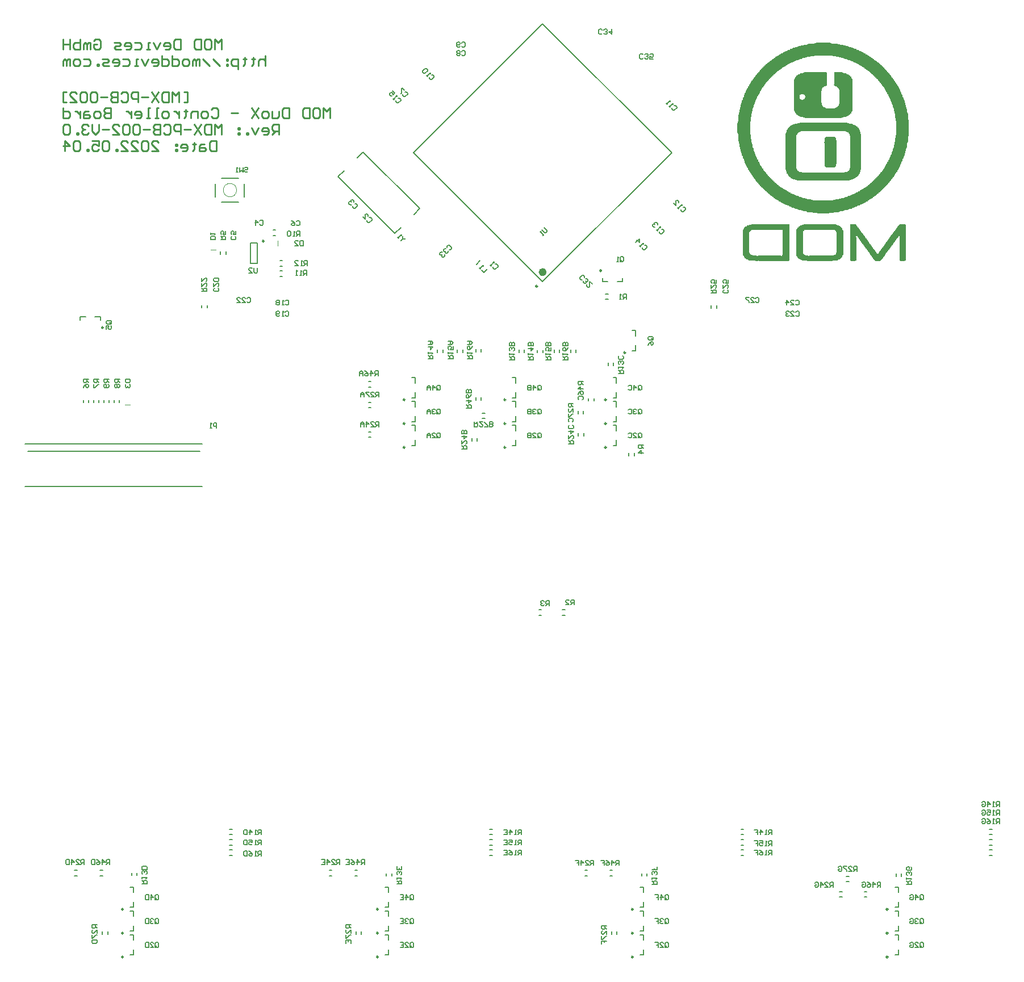
<source format=gbo>
G04*
G04 #@! TF.GenerationSoftware,Altium Limited,Altium Designer,22.1.2 (22)*
G04*
G04 Layer_Color=32896*
%FSLAX44Y44*%
%MOMM*%
G71*
G04*
G04 #@! TF.SameCoordinates,E984ECC1-2850-43E0-9178-450474204A0E*
G04*
G04*
G04 #@! TF.FilePolarity,Positive*
G04*
G01*
G75*
%ADD10C,0.1000*%
%ADD11C,0.2500*%
%ADD13C,0.2000*%
%ADD15C,0.1500*%
%ADD55C,0.2540*%
%ADD56C,0.1524*%
%ADD101C,0.6000*%
%ADD102C,0.1520*%
G36*
X1124463Y974225D02*
X1123905D01*
Y973668D01*
X1078733D01*
Y974225D01*
X1077618D01*
Y973668D01*
X1073714D01*
Y974225D01*
X1066464D01*
Y974783D01*
X1063676D01*
Y975341D01*
X1062561D01*
Y975899D01*
X1060887D01*
Y976456D01*
X1060330D01*
Y977014D01*
X1059214D01*
Y977571D01*
X1058657D01*
Y978129D01*
X1058099D01*
Y978687D01*
X1057541D01*
Y979245D01*
X1056984D01*
Y979802D01*
X1056426D01*
Y980918D01*
X1055868D01*
Y982033D01*
X1055311D01*
Y982591D01*
X1054753D01*
Y1018840D01*
X1055311D01*
Y1020513D01*
X1055868D01*
Y1021628D01*
X1056426D01*
Y1022743D01*
X1056984D01*
Y1023301D01*
X1057541D01*
Y1023859D01*
X1058099D01*
Y1024416D01*
X1058657D01*
Y1024974D01*
X1059214D01*
Y1025532D01*
X1060887D01*
Y1026089D01*
X1061445D01*
Y1026647D01*
X1063118D01*
Y1027205D01*
X1064791D01*
Y1027763D01*
X1068137D01*
Y1028320D01*
X1124463D01*
Y974225D01*
D02*
G37*
G36*
X1193615Y1027763D02*
X1195846D01*
Y1027205D01*
X1196961D01*
Y1026647D01*
X1198634D01*
Y1026089D01*
X1199749D01*
Y1025532D01*
X1200307D01*
Y1024974D01*
X1200865D01*
Y1024416D01*
X1201422D01*
Y1023859D01*
X1201980D01*
Y1023301D01*
X1202538D01*
Y1022743D01*
X1203095D01*
Y1022186D01*
X1203653D01*
Y1020513D01*
X1204211D01*
Y1019397D01*
X1204768D01*
Y983148D01*
X1204211D01*
Y982033D01*
X1203653D01*
Y980360D01*
X1203095D01*
Y979802D01*
X1202538D01*
Y978687D01*
X1201980D01*
Y978129D01*
X1201422D01*
Y977571D01*
X1200865D01*
Y977014D01*
X1199749D01*
Y976456D01*
X1199192D01*
Y975899D01*
X1197519D01*
Y975341D01*
X1196403D01*
Y974783D01*
X1194730D01*
Y974225D01*
X1188596D01*
Y973668D01*
X1151231D01*
Y974225D01*
X1145097D01*
Y974783D01*
X1142866D01*
Y975341D01*
X1141751D01*
Y975899D01*
X1140078D01*
Y976456D01*
X1139520D01*
Y977014D01*
X1138405D01*
Y977571D01*
X1137847D01*
Y978129D01*
X1137289D01*
Y978687D01*
X1136732D01*
Y979802D01*
X1136174D01*
Y980360D01*
X1135616D01*
Y981475D01*
X1135059D01*
Y984264D01*
X1134501D01*
Y1018282D01*
X1135059D01*
Y1021070D01*
X1135616D01*
Y1021628D01*
X1136174D01*
Y1022743D01*
X1136732D01*
Y1023301D01*
X1137289D01*
Y1023859D01*
X1137847D01*
Y1024416D01*
X1138405D01*
Y1024974D01*
X1138962D01*
Y1025532D01*
X1140078D01*
Y1026089D01*
X1140635D01*
Y1026647D01*
X1142308D01*
Y1027205D01*
X1143424D01*
Y1027763D01*
X1145655D01*
Y1028320D01*
X1193615D01*
Y1027763D01*
D02*
G37*
G36*
X1278382Y1014936D02*
Y1015494D01*
X1278940D01*
Y1016051D01*
X1279497D01*
Y1016609D01*
X1280055D01*
Y1017724D01*
X1280613D01*
Y1018282D01*
X1281170D01*
Y1018840D01*
X1281728D01*
Y1019397D01*
X1282286D01*
Y1020513D01*
X1282843D01*
Y1021070D01*
X1283401D01*
Y1021628D01*
X1283959D01*
Y1022743D01*
X1284516D01*
Y1023301D01*
X1285074D01*
Y1024416D01*
X1285632D01*
Y1024974D01*
X1286189D01*
Y1026089D01*
X1286747D01*
Y1026647D01*
X1287305D01*
Y1027205D01*
X1287863D01*
Y1027763D01*
X1288420D01*
Y1028320D01*
X1297343D01*
Y1027763D01*
X1297901D01*
Y974225D01*
X1296785D01*
Y973668D01*
X1289536D01*
Y974225D01*
X1288978D01*
Y1011032D01*
X1287863D01*
Y1010474D01*
X1286747D01*
Y1009359D01*
X1286189D01*
Y1008244D01*
X1285632D01*
Y1007686D01*
X1285074D01*
Y1007128D01*
X1284516D01*
Y1006571D01*
X1283959D01*
Y1005455D01*
X1283401D01*
Y1004898D01*
X1282843D01*
Y1004340D01*
X1282286D01*
Y1003225D01*
X1281728D01*
Y1002667D01*
X1281170D01*
Y1001552D01*
X1280613D01*
Y1000994D01*
X1280055D01*
Y1000436D01*
X1279497D01*
Y999321D01*
X1278940D01*
Y998763D01*
X1278382D01*
Y997648D01*
X1277824D01*
Y997090D01*
X1277267D01*
Y995975D01*
X1276709D01*
Y995417D01*
X1276151D01*
Y994859D01*
X1275593D01*
Y993744D01*
X1275036D01*
Y993186D01*
X1274478D01*
Y992629D01*
X1273921D01*
Y992071D01*
X1273363D01*
Y990956D01*
X1272805D01*
Y990398D01*
X1272247D01*
Y989840D01*
X1271690D01*
Y988725D01*
X1271132D01*
Y988167D01*
X1270574D01*
Y987052D01*
X1270017D01*
Y986494D01*
X1269459D01*
Y985937D01*
X1268901D01*
Y984821D01*
X1268344D01*
Y984264D01*
X1267786D01*
Y983148D01*
X1267228D01*
Y982591D01*
X1266671D01*
Y981475D01*
X1266113D01*
Y980918D01*
X1265555D01*
Y980360D01*
X1264998D01*
Y979802D01*
X1264440D01*
Y978687D01*
X1263882D01*
Y978129D01*
X1263325D01*
Y977014D01*
X1262767D01*
Y976456D01*
X1262209D01*
Y975899D01*
X1261652D01*
Y975341D01*
X1261094D01*
Y974225D01*
X1259979D01*
Y973668D01*
X1254402D01*
Y974225D01*
X1253844D01*
Y973668D01*
X1252171D01*
Y974225D01*
X1251613D01*
Y975341D01*
X1251056D01*
Y975899D01*
X1250498D01*
Y976456D01*
X1249940D01*
Y977014D01*
X1249383D01*
Y978129D01*
X1248825D01*
Y978687D01*
X1248267D01*
Y979245D01*
X1247710D01*
Y980360D01*
X1247152D01*
Y980918D01*
X1246594D01*
Y982033D01*
X1246037D01*
Y982591D01*
X1245479D01*
Y983148D01*
X1244921D01*
Y984264D01*
X1244364D01*
Y984821D01*
X1243806D01*
Y985937D01*
X1243248D01*
Y986494D01*
X1242691D01*
Y987052D01*
X1242133D01*
Y988167D01*
X1241575D01*
Y988725D01*
X1241018D01*
Y989840D01*
X1240460D01*
Y990398D01*
X1239902D01*
Y990956D01*
X1239344D01*
Y992071D01*
X1238787D01*
Y992629D01*
X1238229D01*
Y993744D01*
X1237671D01*
Y994302D01*
X1237114D01*
Y994859D01*
X1236556D01*
Y995417D01*
X1235998D01*
Y996533D01*
X1235441D01*
Y997090D01*
X1234883D01*
Y997648D01*
X1234325D01*
Y998763D01*
X1233768D01*
Y999321D01*
X1233210D01*
Y1000436D01*
X1232652D01*
Y1000994D01*
X1232095D01*
Y1001552D01*
X1231537D01*
Y1002667D01*
X1230979D01*
Y1003225D01*
X1230422D01*
Y1004340D01*
X1229864D01*
Y1004898D01*
X1229306D01*
Y1005455D01*
X1228749D01*
Y1006571D01*
X1228191D01*
Y1007128D01*
X1227633D01*
Y1008244D01*
X1227076D01*
Y1008801D01*
X1226518D01*
Y1009359D01*
X1225960D01*
Y1010474D01*
X1225403D01*
Y1011032D01*
X1224287D01*
Y1010474D01*
X1223729D01*
Y1009359D01*
X1224287D01*
Y974783D01*
X1223729D01*
Y974225D01*
X1223172D01*
Y973668D01*
X1215922D01*
Y974225D01*
X1214807D01*
Y1027763D01*
X1215364D01*
Y1028320D01*
X1223729D01*
Y1027763D01*
X1224287D01*
Y1027205D01*
X1224845D01*
Y1026089D01*
X1225403D01*
Y1025532D01*
X1225960D01*
Y1024974D01*
X1226518D01*
Y1023859D01*
X1227076D01*
Y1023301D01*
X1227633D01*
Y1022186D01*
X1228191D01*
Y1021628D01*
X1228749D01*
Y1021070D01*
X1229306D01*
Y1019955D01*
X1229864D01*
Y1019397D01*
X1230422D01*
Y1018840D01*
X1230979D01*
Y1017724D01*
X1231537D01*
Y1017167D01*
X1232095D01*
Y1016051D01*
X1232652D01*
Y1015494D01*
X1233210D01*
Y1014936D01*
X1233768D01*
Y1014378D01*
X1234325D01*
Y1013263D01*
X1234883D01*
Y1012705D01*
X1235441D01*
Y1011590D01*
X1235998D01*
Y1011032D01*
X1236556D01*
Y1010474D01*
X1237114D01*
Y1009359D01*
X1237671D01*
Y1008801D01*
X1238229D01*
Y1007686D01*
X1238787D01*
Y1007128D01*
X1239344D01*
Y1006571D01*
X1239902D01*
Y1005455D01*
X1240460D01*
Y1004898D01*
X1241018D01*
Y1003782D01*
X1241575D01*
Y1003225D01*
X1242133D01*
Y1002667D01*
X1242691D01*
Y1001552D01*
X1243248D01*
Y1000994D01*
X1243806D01*
Y999879D01*
X1244364D01*
Y999321D01*
X1244921D01*
Y998763D01*
X1245479D01*
Y997648D01*
X1246037D01*
Y997090D01*
X1246594D01*
Y996533D01*
X1247152D01*
Y995975D01*
X1247710D01*
Y994859D01*
X1248267D01*
Y993744D01*
X1248825D01*
Y993186D01*
X1249383D01*
Y992629D01*
X1249940D01*
Y991513D01*
X1250498D01*
Y990956D01*
X1251056D01*
Y990398D01*
X1251613D01*
Y989283D01*
X1252171D01*
Y988725D01*
X1252729D01*
Y987610D01*
X1253286D01*
Y987052D01*
X1253844D01*
Y986494D01*
X1254402D01*
Y985379D01*
X1254959D01*
Y984821D01*
X1255517D01*
Y984264D01*
X1256633D01*
Y984821D01*
X1257190D01*
Y985937D01*
X1257748D01*
Y986494D01*
X1258306D01*
Y987610D01*
X1258863D01*
Y988167D01*
X1259421D01*
Y988725D01*
X1259979D01*
Y989840D01*
X1260536D01*
Y990398D01*
X1261094D01*
Y991513D01*
X1261652D01*
Y992071D01*
X1262209D01*
Y992629D01*
X1262767D01*
Y993744D01*
X1263325D01*
Y994302D01*
X1263882D01*
Y995417D01*
X1264440D01*
Y995975D01*
X1264998D01*
Y996533D01*
X1265555D01*
Y997648D01*
X1266113D01*
Y998206D01*
X1266671D01*
Y998763D01*
X1267228D01*
Y999321D01*
X1267786D01*
Y1000436D01*
X1268344D01*
Y1000994D01*
X1268901D01*
Y1002109D01*
X1269459D01*
Y1002667D01*
X1270017D01*
Y1003225D01*
X1270574D01*
Y1004340D01*
X1271132D01*
Y1004898D01*
X1271690D01*
Y1006013D01*
X1272247D01*
Y1006571D01*
X1272805D01*
Y1007686D01*
X1273363D01*
Y1008244D01*
X1273921D01*
Y1008801D01*
X1274478D01*
Y1009917D01*
X1275036D01*
Y1010474D01*
X1275593D01*
Y1011590D01*
X1276151D01*
Y1012148D01*
X1276709D01*
Y1012705D01*
X1277267D01*
Y1013821D01*
X1277824D01*
Y1014378D01*
X1278382D01*
Y1014936D01*
D02*
G37*
G36*
X1185807Y1298794D02*
X1186923D01*
Y1298236D01*
X1194173D01*
Y1297679D01*
X1196961D01*
Y1297121D01*
X1199749D01*
Y1296563D01*
X1203095D01*
Y1296006D01*
X1204768D01*
Y1295448D01*
X1208114D01*
Y1294890D01*
X1209230D01*
Y1294333D01*
X1211460D01*
Y1293775D01*
X1213134D01*
Y1293217D01*
X1214249D01*
Y1292660D01*
X1217037D01*
Y1292102D01*
X1217595D01*
Y1291544D01*
X1219826D01*
Y1290987D01*
X1220941D01*
Y1290429D01*
X1222614D01*
Y1289871D01*
X1224287D01*
Y1289314D01*
X1224845D01*
Y1288756D01*
X1226518D01*
Y1288198D01*
X1227633D01*
Y1287641D01*
X1228749D01*
Y1287083D01*
X1230422D01*
Y1286525D01*
X1230979D01*
Y1285968D01*
X1232652D01*
Y1285410D01*
X1233210D01*
Y1284852D01*
X1234883D01*
Y1284294D01*
X1235441D01*
Y1283737D01*
X1236556D01*
Y1283179D01*
X1237671D01*
Y1282621D01*
X1238229D01*
Y1282064D01*
X1239902D01*
Y1281506D01*
X1240460D01*
Y1280948D01*
X1241575D01*
Y1280391D01*
X1242691D01*
Y1279833D01*
X1243248D01*
Y1279275D01*
X1244364D01*
Y1278718D01*
X1244921D01*
Y1278160D01*
X1246037D01*
Y1277602D01*
X1246594D01*
Y1277045D01*
X1247152D01*
Y1276487D01*
X1248267D01*
Y1275929D01*
X1248825D01*
Y1275372D01*
X1249940D01*
Y1274814D01*
X1250498D01*
Y1274256D01*
X1251056D01*
Y1273699D01*
X1252171D01*
Y1273141D01*
X1252729D01*
Y1272583D01*
X1253844D01*
Y1272026D01*
X1254402D01*
Y1271468D01*
X1254959D01*
Y1270910D01*
X1256075D01*
Y1270353D01*
X1256633D01*
Y1269795D01*
X1257190D01*
Y1269237D01*
X1257748D01*
Y1268680D01*
X1258306D01*
Y1268122D01*
X1258863D01*
Y1267564D01*
X1259421D01*
Y1267007D01*
X1259979D01*
Y1266449D01*
X1260536D01*
Y1265891D01*
X1261652D01*
Y1265333D01*
X1262209D01*
Y1264776D01*
X1262767D01*
Y1264218D01*
X1263325D01*
Y1263660D01*
X1263882D01*
Y1263103D01*
X1264440D01*
Y1262545D01*
X1264998D01*
Y1261987D01*
X1265555D01*
Y1261430D01*
X1266113D01*
Y1260872D01*
X1266671D01*
Y1260314D01*
X1267228D01*
Y1259757D01*
X1267786D01*
Y1259199D01*
X1268344D01*
Y1258641D01*
X1268901D01*
Y1258084D01*
X1269459D01*
Y1257526D01*
X1270017D01*
Y1256968D01*
X1270574D01*
Y1255853D01*
X1271132D01*
Y1255295D01*
X1271690D01*
Y1254737D01*
X1272247D01*
Y1254180D01*
X1272805D01*
Y1253622D01*
X1273363D01*
Y1252507D01*
X1274478D01*
Y1251392D01*
X1275036D01*
Y1250834D01*
X1275593D01*
Y1250276D01*
X1276151D01*
Y1249161D01*
X1276709D01*
Y1248603D01*
X1277267D01*
Y1247488D01*
X1278382D01*
Y1246372D01*
X1278940D01*
Y1245815D01*
X1279497D01*
Y1244699D01*
X1280055D01*
Y1243584D01*
X1280613D01*
Y1243026D01*
X1281170D01*
Y1241911D01*
X1281728D01*
Y1241353D01*
X1282286D01*
Y1240238D01*
X1282843D01*
Y1239680D01*
X1283401D01*
Y1239123D01*
X1283959D01*
Y1237449D01*
X1284516D01*
Y1236892D01*
X1285074D01*
Y1235777D01*
X1285632D01*
Y1235219D01*
X1286189D01*
Y1234103D01*
X1286747D01*
Y1232988D01*
X1287305D01*
Y1232430D01*
X1287863D01*
Y1230757D01*
X1288420D01*
Y1230200D01*
X1288978D01*
Y1229084D01*
X1289536D01*
Y1227411D01*
X1290093D01*
Y1226854D01*
X1290651D01*
Y1225181D01*
X1291208D01*
Y1224623D01*
X1291766D01*
Y1222392D01*
X1292324D01*
Y1221834D01*
X1292882D01*
Y1220719D01*
X1293439D01*
Y1218488D01*
X1293997D01*
Y1217373D01*
X1294555D01*
Y1215700D01*
X1295112D01*
Y1214585D01*
X1295670D01*
Y1212912D01*
X1296228D01*
Y1210681D01*
X1296785D01*
Y1209566D01*
X1297343D01*
Y1206777D01*
X1297901D01*
Y1205662D01*
X1298458D01*
Y1202874D01*
X1299016D01*
Y1200643D01*
X1299574D01*
Y1198970D01*
X1300131D01*
Y1195066D01*
X1300689D01*
Y1193393D01*
X1301247D01*
Y1187259D01*
X1301804D01*
Y1184470D01*
X1302362D01*
Y1159932D01*
X1301804D01*
Y1157144D01*
X1301247D01*
Y1151009D01*
X1300689D01*
Y1149336D01*
X1300131D01*
Y1144875D01*
X1299574D01*
Y1143202D01*
X1299016D01*
Y1141529D01*
X1298458D01*
Y1138740D01*
X1297901D01*
Y1137625D01*
X1297343D01*
Y1134837D01*
X1296785D01*
Y1133721D01*
X1296228D01*
Y1131491D01*
X1295670D01*
Y1129818D01*
X1295112D01*
Y1128702D01*
X1294555D01*
Y1126472D01*
X1293997D01*
Y1125914D01*
X1293439D01*
Y1123683D01*
X1292882D01*
Y1122568D01*
X1292324D01*
Y1122010D01*
X1291766D01*
Y1119779D01*
X1291208D01*
Y1119222D01*
X1290651D01*
Y1117549D01*
X1290093D01*
Y1116991D01*
X1289536D01*
Y1115318D01*
X1288978D01*
Y1114203D01*
X1288420D01*
Y1113645D01*
X1287863D01*
Y1111972D01*
X1287305D01*
Y1111414D01*
X1286747D01*
Y1109741D01*
X1286189D01*
Y1109184D01*
X1285632D01*
Y1108626D01*
X1285074D01*
Y1106953D01*
X1284516D01*
Y1106395D01*
X1283959D01*
Y1105280D01*
X1283401D01*
Y1104722D01*
X1282843D01*
Y1103607D01*
X1282286D01*
Y1102491D01*
X1281728D01*
Y1101934D01*
X1281170D01*
Y1100818D01*
X1280613D01*
Y1100261D01*
X1280055D01*
Y1099145D01*
X1279497D01*
Y1098588D01*
X1278940D01*
Y1098030D01*
X1278382D01*
Y1096915D01*
X1277824D01*
Y1096357D01*
X1277267D01*
Y1095799D01*
X1276709D01*
Y1095242D01*
X1276151D01*
Y1094126D01*
X1275593D01*
Y1093569D01*
X1275036D01*
Y1093011D01*
X1274478D01*
Y1091896D01*
X1273363D01*
Y1090780D01*
X1272805D01*
Y1090222D01*
X1272247D01*
Y1089665D01*
X1271690D01*
Y1088549D01*
X1271132D01*
Y1087992D01*
X1270574D01*
Y1087434D01*
X1270017D01*
Y1086876D01*
X1269459D01*
Y1086319D01*
X1268901D01*
Y1085761D01*
X1268344D01*
Y1085203D01*
X1267786D01*
Y1084646D01*
X1267228D01*
Y1084088D01*
X1266671D01*
Y1083530D01*
X1266113D01*
Y1082973D01*
X1265555D01*
Y1082415D01*
X1264998D01*
Y1081857D01*
X1264440D01*
Y1081300D01*
X1263882D01*
Y1080742D01*
X1263325D01*
Y1080184D01*
X1262767D01*
Y1079627D01*
X1262209D01*
Y1079069D01*
X1261652D01*
Y1078511D01*
X1261094D01*
Y1077954D01*
X1260536D01*
Y1077396D01*
X1259979D01*
Y1076838D01*
X1259421D01*
Y1076281D01*
X1258306D01*
Y1075723D01*
X1257748D01*
Y1075165D01*
X1257190D01*
Y1074607D01*
X1256633D01*
Y1074050D01*
X1256075D01*
Y1073492D01*
X1254959D01*
Y1072934D01*
X1254402D01*
Y1072377D01*
X1253844D01*
Y1071819D01*
X1253286D01*
Y1071261D01*
X1252729D01*
Y1070704D01*
X1251613D01*
Y1070146D01*
X1251056D01*
Y1069588D01*
X1249940D01*
Y1069031D01*
X1249383D01*
Y1068473D01*
X1248825D01*
Y1067915D01*
X1247710D01*
Y1067358D01*
X1247152D01*
Y1066800D01*
X1246037D01*
Y1066242D01*
X1245479D01*
Y1065685D01*
X1244364D01*
Y1065127D01*
X1243248D01*
Y1064569D01*
X1242691D01*
Y1064012D01*
X1241575D01*
Y1063454D01*
X1241018D01*
Y1062896D01*
X1239902D01*
Y1062339D01*
X1238787D01*
Y1061781D01*
X1238229D01*
Y1061223D01*
X1236556D01*
Y1060666D01*
X1235998D01*
Y1060108D01*
X1234883D01*
Y1059550D01*
X1233768D01*
Y1058992D01*
X1232652D01*
Y1058435D01*
X1231537D01*
Y1057877D01*
X1230422D01*
Y1057319D01*
X1229306D01*
Y1056762D01*
X1228191D01*
Y1056204D01*
X1226518D01*
Y1055646D01*
X1225403D01*
Y1055089D01*
X1224845D01*
Y1054531D01*
X1222614D01*
Y1053973D01*
X1221499D01*
Y1053416D01*
X1219826D01*
Y1052858D01*
X1218710D01*
Y1052300D01*
X1217595D01*
Y1051743D01*
X1215364D01*
Y1051185D01*
X1213691D01*
Y1050627D01*
X1211460D01*
Y1050070D01*
X1210345D01*
Y1049512D01*
X1206999D01*
Y1048954D01*
X1205326D01*
Y1048397D01*
X1203653D01*
Y1047839D01*
X1200307D01*
Y1047281D01*
X1198634D01*
Y1046724D01*
X1193615D01*
Y1046166D01*
X1190269D01*
Y1045608D01*
X1184134D01*
Y1045051D01*
X1165731D01*
Y1045608D01*
X1159596D01*
Y1046166D01*
X1156250D01*
Y1046724D01*
X1151231D01*
Y1047281D01*
X1150116D01*
Y1047839D01*
X1146212D01*
Y1048397D01*
X1144539D01*
Y1048954D01*
X1142308D01*
Y1049512D01*
X1139520D01*
Y1050070D01*
X1138405D01*
Y1050627D01*
X1136174D01*
Y1051185D01*
X1134501D01*
Y1051743D01*
X1132828D01*
Y1052300D01*
X1131155D01*
Y1052858D01*
X1130040D01*
Y1053416D01*
X1128366D01*
Y1053973D01*
X1127251D01*
Y1054531D01*
X1125578D01*
Y1055089D01*
X1124463D01*
Y1055646D01*
X1123347D01*
Y1056204D01*
X1121674D01*
Y1056762D01*
X1121117D01*
Y1057319D01*
X1118886D01*
Y1057877D01*
X1118328D01*
Y1058435D01*
X1117213D01*
Y1058992D01*
X1116098D01*
Y1059550D01*
X1114982D01*
Y1060108D01*
X1113867D01*
Y1060666D01*
X1113309D01*
Y1061223D01*
X1111636D01*
Y1061781D01*
X1111078D01*
Y1062339D01*
X1110521D01*
Y1062896D01*
X1108848D01*
Y1063454D01*
X1108290D01*
Y1064012D01*
X1107175D01*
Y1064569D01*
X1106617D01*
Y1065127D01*
X1105502D01*
Y1065685D01*
X1104386D01*
Y1066242D01*
X1103829D01*
Y1066800D01*
X1102713D01*
Y1067358D01*
X1102156D01*
Y1067915D01*
X1101040D01*
Y1068473D01*
X1100483D01*
Y1069031D01*
X1099925D01*
Y1069588D01*
X1098810D01*
Y1070146D01*
X1098252D01*
Y1070704D01*
X1097694D01*
Y1071261D01*
X1096579D01*
Y1071819D01*
X1096021D01*
Y1072377D01*
X1095463D01*
Y1072934D01*
X1094906D01*
Y1073492D01*
X1093790D01*
Y1074050D01*
X1093233D01*
Y1074607D01*
X1092675D01*
Y1075165D01*
X1092117D01*
Y1075723D01*
X1091560D01*
Y1076281D01*
X1091002D01*
Y1076838D01*
X1090444D01*
Y1077396D01*
X1089329D01*
Y1077954D01*
X1088771D01*
Y1078511D01*
X1088214D01*
Y1079069D01*
X1087656D01*
Y1079627D01*
X1087098D01*
Y1080184D01*
X1086541D01*
Y1080742D01*
X1085983D01*
Y1081300D01*
X1085425D01*
Y1081857D01*
X1084868D01*
Y1082415D01*
X1084310D01*
Y1082973D01*
X1083752D01*
Y1083530D01*
X1083195D01*
Y1084088D01*
X1082637D01*
Y1084646D01*
X1082079D01*
Y1085203D01*
X1081522D01*
Y1085761D01*
X1080964D01*
Y1086319D01*
X1080406D01*
Y1086876D01*
X1079848D01*
Y1087434D01*
X1079291D01*
Y1087992D01*
X1078733D01*
Y1089107D01*
X1078175D01*
Y1089665D01*
X1077618D01*
Y1090222D01*
X1077060D01*
Y1090780D01*
X1076502D01*
Y1091338D01*
X1075945D01*
Y1091896D01*
X1075387D01*
Y1092453D01*
X1074829D01*
Y1093569D01*
X1074272D01*
Y1094126D01*
X1073714D01*
Y1095242D01*
X1073156D01*
Y1095799D01*
X1072599D01*
Y1096357D01*
X1072041D01*
Y1097472D01*
X1071483D01*
Y1098030D01*
X1070926D01*
Y1098588D01*
X1070368D01*
Y1099703D01*
X1069810D01*
Y1100818D01*
X1069253D01*
Y1101376D01*
X1068695D01*
Y1101934D01*
X1068137D01*
Y1103049D01*
X1067580D01*
Y1103607D01*
X1067022D01*
Y1104722D01*
X1066464D01*
Y1105280D01*
X1065907D01*
Y1106395D01*
X1065349D01*
Y1107511D01*
X1064791D01*
Y1108068D01*
X1064233D01*
Y1109184D01*
X1063676D01*
Y1110299D01*
X1063118D01*
Y1111414D01*
X1062561D01*
Y1112530D01*
X1062003D01*
Y1113087D01*
X1061445D01*
Y1114760D01*
X1060887D01*
Y1115318D01*
X1060330D01*
Y1116991D01*
X1059772D01*
Y1117549D01*
X1059214D01*
Y1118664D01*
X1058657D01*
Y1120337D01*
X1058099D01*
Y1121452D01*
X1057541D01*
Y1123126D01*
X1056984D01*
Y1123683D01*
X1056426D01*
Y1125914D01*
X1055868D01*
Y1127029D01*
X1055311D01*
Y1128145D01*
X1054753D01*
Y1130375D01*
X1054195D01*
Y1130933D01*
X1053638D01*
Y1133721D01*
X1053080D01*
Y1134837D01*
X1052522D01*
Y1137067D01*
X1051965D01*
Y1139298D01*
X1051407D01*
Y1140414D01*
X1050849D01*
Y1143760D01*
X1050292D01*
Y1145433D01*
X1049734D01*
Y1148779D01*
X1049176D01*
Y1152125D01*
X1048618D01*
Y1154913D01*
X1048061D01*
Y1163278D01*
X1047503D01*
Y1164951D01*
X1046945D01*
Y1179451D01*
X1047503D01*
Y1181682D01*
X1048061D01*
Y1188932D01*
X1048618D01*
Y1192278D01*
X1049176D01*
Y1195066D01*
X1049734D01*
Y1198970D01*
X1050292D01*
Y1200085D01*
X1050849D01*
Y1203431D01*
X1051407D01*
Y1205104D01*
X1051965D01*
Y1207335D01*
X1052522D01*
Y1209566D01*
X1053080D01*
Y1210681D01*
X1053638D01*
Y1212912D01*
X1054195D01*
Y1214027D01*
X1054753D01*
Y1216258D01*
X1055311D01*
Y1217373D01*
X1055868D01*
Y1218488D01*
X1056426D01*
Y1220719D01*
X1056984D01*
Y1221277D01*
X1057541D01*
Y1222950D01*
X1058099D01*
Y1224065D01*
X1058657D01*
Y1225181D01*
X1059214D01*
Y1226854D01*
X1059772D01*
Y1227411D01*
X1060330D01*
Y1229084D01*
X1060887D01*
Y1229642D01*
X1061445D01*
Y1231315D01*
X1062003D01*
Y1231873D01*
X1062561D01*
Y1232988D01*
X1063118D01*
Y1234103D01*
X1063676D01*
Y1234661D01*
X1064233D01*
Y1236334D01*
X1064791D01*
Y1236892D01*
X1065349D01*
Y1238007D01*
X1065907D01*
Y1239123D01*
X1066464D01*
Y1239680D01*
X1067022D01*
Y1240796D01*
X1067580D01*
Y1241353D01*
X1068137D01*
Y1242469D01*
X1068695D01*
Y1243026D01*
X1069253D01*
Y1243584D01*
X1069810D01*
Y1244699D01*
X1070368D01*
Y1245257D01*
X1070926D01*
Y1246372D01*
X1071483D01*
Y1246930D01*
X1072041D01*
Y1248045D01*
X1072599D01*
Y1248603D01*
X1073156D01*
Y1249161D01*
X1073714D01*
Y1250276D01*
X1074272D01*
Y1250834D01*
X1074829D01*
Y1251392D01*
X1075387D01*
Y1251949D01*
X1075945D01*
Y1252507D01*
X1076502D01*
Y1253622D01*
X1077060D01*
Y1254180D01*
X1077618D01*
Y1254737D01*
X1078175D01*
Y1255295D01*
X1078733D01*
Y1255853D01*
X1079291D01*
Y1256411D01*
X1079848D01*
Y1256968D01*
X1080406D01*
Y1258084D01*
X1080964D01*
Y1258641D01*
X1081522D01*
Y1259199D01*
X1082079D01*
Y1259757D01*
X1082637D01*
Y1260314D01*
X1083195D01*
Y1260872D01*
X1083752D01*
Y1261430D01*
X1084310D01*
Y1261987D01*
X1084868D01*
Y1262545D01*
X1085425D01*
Y1263103D01*
X1085983D01*
Y1263660D01*
X1086541D01*
Y1264218D01*
X1087098D01*
Y1264776D01*
X1087656D01*
Y1265333D01*
X1088214D01*
Y1265891D01*
X1089329D01*
Y1267007D01*
X1090444D01*
Y1267564D01*
X1091002D01*
Y1268122D01*
X1091560D01*
Y1268680D01*
X1092117D01*
Y1269237D01*
X1092675D01*
Y1269795D01*
X1093233D01*
Y1270353D01*
X1093790D01*
Y1270910D01*
X1094906D01*
Y1271468D01*
X1095463D01*
Y1272026D01*
X1096021D01*
Y1272583D01*
X1097137D01*
Y1273141D01*
X1097694D01*
Y1273699D01*
X1098252D01*
Y1274256D01*
X1099367D01*
Y1274814D01*
X1099925D01*
Y1275372D01*
X1101040D01*
Y1275929D01*
X1101598D01*
Y1276487D01*
X1102713D01*
Y1277045D01*
X1103271D01*
Y1277602D01*
X1103829D01*
Y1278160D01*
X1104944D01*
Y1278718D01*
X1105502D01*
Y1279275D01*
X1106617D01*
Y1279833D01*
X1107175D01*
Y1280391D01*
X1108290D01*
Y1280948D01*
X1109405D01*
Y1281506D01*
X1109963D01*
Y1282064D01*
X1111078D01*
Y1282621D01*
X1112194D01*
Y1283179D01*
X1113309D01*
Y1283737D01*
X1114425D01*
Y1284294D01*
X1114982D01*
Y1284852D01*
X1116655D01*
Y1285410D01*
X1117213D01*
Y1285968D01*
X1118886D01*
Y1286525D01*
X1119444D01*
Y1287083D01*
X1121117D01*
Y1287641D01*
X1122232D01*
Y1288198D01*
X1123347D01*
Y1288756D01*
X1125020D01*
Y1289314D01*
X1125578D01*
Y1289871D01*
X1127251D01*
Y1290429D01*
X1128924D01*
Y1290987D01*
X1130040D01*
Y1291544D01*
X1132270D01*
Y1292102D01*
X1132828D01*
Y1292660D01*
X1135616D01*
Y1293217D01*
X1136732D01*
Y1293775D01*
X1138405D01*
Y1294333D01*
X1140635D01*
Y1294890D01*
X1141751D01*
Y1295448D01*
X1145655D01*
Y1296006D01*
X1146770D01*
Y1296563D01*
X1150674D01*
Y1297121D01*
X1152904D01*
Y1297679D01*
X1156250D01*
Y1298236D01*
X1161827D01*
Y1298794D01*
X1164058D01*
Y1299352D01*
X1185807D01*
Y1298794D01*
D02*
G37*
%LPC*%
G36*
X1113867Y1020513D02*
X1070368D01*
Y1019955D01*
X1068137D01*
Y1019397D01*
X1067022D01*
Y1018840D01*
X1066464D01*
Y1018282D01*
X1065907D01*
Y1017724D01*
X1065349D01*
Y1016609D01*
X1064791D01*
Y1013821D01*
X1064233D01*
Y988167D01*
X1064791D01*
Y985937D01*
X1065349D01*
Y984821D01*
X1065907D01*
Y983706D01*
X1067022D01*
Y983148D01*
X1067580D01*
Y982591D01*
X1069810D01*
Y982033D01*
X1075387D01*
Y981475D01*
X1077618D01*
Y982033D01*
X1111636D01*
Y981475D01*
X1113309D01*
Y982033D01*
X1113867D01*
Y982591D01*
X1114425D01*
Y1006571D01*
Y1007128D01*
Y1019955D01*
X1113867D01*
Y1020513D01*
D02*
G37*
G36*
X1190269D02*
X1149001D01*
Y1019955D01*
X1146770D01*
Y1019397D01*
X1146212D01*
Y1018840D01*
X1145655D01*
Y1018282D01*
X1145097D01*
Y1017167D01*
X1144539D01*
Y987610D01*
Y987052D01*
Y985379D01*
X1145097D01*
Y984264D01*
X1145655D01*
Y983706D01*
X1146212D01*
Y983148D01*
X1146770D01*
Y982591D01*
X1148443D01*
Y982033D01*
X1152904D01*
Y981475D01*
X1154020D01*
Y982033D01*
X1186923D01*
Y981475D01*
X1187480D01*
Y982033D01*
X1190826D01*
Y982591D01*
X1192499D01*
Y983148D01*
X1193057D01*
Y983706D01*
X1193615D01*
Y984264D01*
X1194173D01*
Y985937D01*
X1194730D01*
Y1016609D01*
X1194173D01*
Y1018282D01*
X1193615D01*
Y1018840D01*
X1193057D01*
Y1019397D01*
X1192499D01*
Y1019955D01*
X1190269D01*
Y1020513D01*
D02*
G37*
G36*
X1184692Y1280391D02*
X1165173D01*
Y1279833D01*
X1161827D01*
Y1279275D01*
X1156250D01*
Y1278718D01*
X1154020D01*
Y1278160D01*
X1151231D01*
Y1277602D01*
X1148443D01*
Y1277045D01*
X1147328D01*
Y1276487D01*
X1143981D01*
Y1275929D01*
X1143424D01*
Y1275372D01*
X1140635D01*
Y1274814D01*
X1139520D01*
Y1274256D01*
X1137847D01*
Y1273699D01*
X1136174D01*
Y1273141D01*
X1135059D01*
Y1272583D01*
X1133386D01*
Y1272026D01*
X1132270D01*
Y1271468D01*
X1131155D01*
Y1270910D01*
X1129482D01*
Y1270353D01*
X1128924D01*
Y1269795D01*
X1127251D01*
Y1269237D01*
X1126136D01*
Y1268680D01*
X1125020D01*
Y1268122D01*
X1123905D01*
Y1267564D01*
X1122790D01*
Y1267007D01*
X1121674D01*
Y1266449D01*
X1121117D01*
Y1265891D01*
X1120001D01*
Y1265333D01*
X1119444D01*
Y1264776D01*
X1118328D01*
Y1264218D01*
X1117213D01*
Y1263660D01*
X1116655D01*
Y1263103D01*
X1115540D01*
Y1262545D01*
X1114982D01*
Y1261987D01*
X1113867D01*
Y1261430D01*
X1113309D01*
Y1260872D01*
X1112194D01*
Y1260314D01*
X1111636D01*
Y1259757D01*
X1111078D01*
Y1259199D01*
X1109963D01*
Y1258641D01*
X1109405D01*
Y1258084D01*
X1108290D01*
Y1257526D01*
X1107732D01*
Y1256968D01*
X1107175D01*
Y1256411D01*
X1106059D01*
Y1255853D01*
X1105502D01*
Y1255295D01*
X1104944D01*
Y1254737D01*
X1104386D01*
Y1254180D01*
X1103829D01*
Y1253622D01*
X1103271D01*
Y1253064D01*
X1102713D01*
Y1252507D01*
X1101598D01*
Y1251949D01*
X1101040D01*
Y1251392D01*
X1100483D01*
Y1250834D01*
X1099925D01*
Y1250276D01*
X1099367D01*
Y1249718D01*
X1098810D01*
Y1249161D01*
X1098252D01*
Y1248603D01*
X1097694D01*
Y1248045D01*
X1097137D01*
Y1247488D01*
X1096579D01*
Y1246930D01*
X1096021D01*
Y1246372D01*
X1095463D01*
Y1245815D01*
X1094906D01*
Y1245257D01*
X1094348D01*
Y1244699D01*
X1093790D01*
Y1243584D01*
X1093233D01*
Y1243026D01*
X1092675D01*
Y1242469D01*
X1092117D01*
Y1241911D01*
X1091560D01*
Y1241353D01*
X1091002D01*
Y1240796D01*
X1090444D01*
Y1240238D01*
X1089887D01*
Y1239123D01*
X1089329D01*
Y1238565D01*
X1088771D01*
Y1238007D01*
X1088214D01*
Y1236892D01*
X1087656D01*
Y1236334D01*
X1087098D01*
Y1235219D01*
X1086541D01*
Y1234661D01*
X1085983D01*
Y1234103D01*
X1085425D01*
Y1232988D01*
X1084868D01*
Y1232430D01*
X1084310D01*
Y1231315D01*
X1083752D01*
Y1230757D01*
X1083195D01*
Y1229642D01*
X1082637D01*
Y1229084D01*
X1082079D01*
Y1227969D01*
X1081522D01*
Y1226854D01*
X1080964D01*
Y1226296D01*
X1080406D01*
Y1224623D01*
X1079848D01*
Y1224065D01*
X1079291D01*
Y1222950D01*
X1078733D01*
Y1221834D01*
X1078175D01*
Y1221277D01*
X1077618D01*
Y1219604D01*
X1077060D01*
Y1219046D01*
X1076502D01*
Y1217373D01*
X1075945D01*
Y1216258D01*
X1075387D01*
Y1215142D01*
X1074829D01*
Y1213469D01*
X1074272D01*
Y1212912D01*
X1073714D01*
Y1210681D01*
X1073156D01*
Y1209566D01*
X1072599D01*
Y1207893D01*
X1072041D01*
Y1206219D01*
X1071483D01*
Y1204547D01*
X1070926D01*
Y1202874D01*
X1070368D01*
Y1201200D01*
X1069810D01*
Y1198412D01*
X1069253D01*
Y1196739D01*
X1068695D01*
Y1193951D01*
X1068137D01*
Y1191162D01*
X1067580D01*
Y1188932D01*
X1067022D01*
Y1181682D01*
X1066464D01*
Y1176663D01*
X1065907D01*
Y1167740D01*
X1066464D01*
Y1162721D01*
X1067022D01*
Y1156029D01*
X1067580D01*
Y1153240D01*
X1068137D01*
Y1150452D01*
X1068695D01*
Y1147663D01*
X1069253D01*
Y1145990D01*
X1069810D01*
Y1142644D01*
X1070368D01*
Y1142087D01*
X1070926D01*
Y1139298D01*
X1071483D01*
Y1138183D01*
X1072041D01*
Y1136510D01*
X1072599D01*
Y1134279D01*
X1073156D01*
Y1133721D01*
X1073714D01*
Y1131491D01*
X1074272D01*
Y1130375D01*
X1074829D01*
Y1129260D01*
X1075387D01*
Y1127587D01*
X1075945D01*
Y1127029D01*
X1076502D01*
Y1125356D01*
X1077060D01*
Y1124799D01*
X1077618D01*
Y1123126D01*
X1078175D01*
Y1122010D01*
X1078733D01*
Y1121452D01*
X1079291D01*
Y1119779D01*
X1079848D01*
Y1119222D01*
X1080406D01*
Y1118106D01*
X1080964D01*
Y1116991D01*
X1081522D01*
Y1115876D01*
X1082079D01*
Y1115318D01*
X1082637D01*
Y1114760D01*
X1083195D01*
Y1113645D01*
X1083752D01*
Y1113087D01*
X1084310D01*
Y1111972D01*
X1084868D01*
Y1111414D01*
X1085425D01*
Y1110299D01*
X1085983D01*
Y1109184D01*
X1086541D01*
Y1108626D01*
X1087098D01*
Y1108068D01*
X1087656D01*
Y1107511D01*
X1088214D01*
Y1106395D01*
X1088771D01*
Y1105837D01*
X1089329D01*
Y1105280D01*
X1089887D01*
Y1104164D01*
X1090444D01*
Y1103607D01*
X1091002D01*
Y1103049D01*
X1091560D01*
Y1102491D01*
X1092117D01*
Y1101934D01*
X1092675D01*
Y1100818D01*
X1093233D01*
Y1100261D01*
X1093790D01*
Y1099703D01*
X1094348D01*
Y1099145D01*
X1094906D01*
Y1098588D01*
X1095463D01*
Y1098030D01*
X1096021D01*
Y1097472D01*
X1096579D01*
Y1096915D01*
X1097137D01*
Y1096357D01*
X1097694D01*
Y1095799D01*
X1098252D01*
Y1095242D01*
X1098810D01*
Y1094684D01*
X1099367D01*
Y1094126D01*
X1099925D01*
Y1093569D01*
X1100483D01*
Y1093011D01*
X1101040D01*
Y1092453D01*
X1101598D01*
Y1091896D01*
X1102156D01*
Y1091338D01*
X1102713D01*
Y1090780D01*
X1103829D01*
Y1090222D01*
X1104386D01*
Y1089665D01*
X1104944D01*
Y1089107D01*
X1105502D01*
Y1088549D01*
X1106059D01*
Y1087992D01*
X1107175D01*
Y1087434D01*
X1107732D01*
Y1086876D01*
X1108290D01*
Y1086319D01*
X1108848D01*
Y1085761D01*
X1109963D01*
Y1085203D01*
X1110521D01*
Y1084646D01*
X1111078D01*
Y1084088D01*
X1112194D01*
Y1083530D01*
X1112751D01*
Y1082973D01*
X1113867D01*
Y1082415D01*
X1114425D01*
Y1081857D01*
X1114982D01*
Y1081300D01*
X1116098D01*
Y1080742D01*
X1116655D01*
Y1080184D01*
X1118328D01*
Y1079627D01*
X1118886D01*
Y1079069D01*
X1120001D01*
Y1078511D01*
X1121117D01*
Y1077954D01*
X1121674D01*
Y1077396D01*
X1122790D01*
Y1076838D01*
X1123347D01*
Y1076281D01*
X1125020D01*
Y1075723D01*
X1126136D01*
Y1075165D01*
X1126693D01*
Y1074607D01*
X1128366D01*
Y1074050D01*
X1128924D01*
Y1073492D01*
X1131155D01*
Y1072934D01*
X1131712D01*
Y1072377D01*
X1133386D01*
Y1071819D01*
X1134501D01*
Y1071261D01*
X1135616D01*
Y1070704D01*
X1137847D01*
Y1070146D01*
X1138962D01*
Y1069588D01*
X1141193D01*
Y1069031D01*
X1142308D01*
Y1068473D01*
X1143981D01*
Y1067915D01*
X1146770D01*
Y1067358D01*
X1147885D01*
Y1066800D01*
X1151231D01*
Y1066242D01*
X1152904D01*
Y1065685D01*
X1156808D01*
Y1065127D01*
X1159596D01*
Y1064569D01*
X1163500D01*
Y1064012D01*
X1186365D01*
Y1064569D01*
X1189711D01*
Y1065127D01*
X1193057D01*
Y1065685D01*
X1196961D01*
Y1066242D01*
X1198634D01*
Y1066800D01*
X1201980D01*
Y1067358D01*
X1203653D01*
Y1067915D01*
X1205884D01*
Y1068473D01*
X1207557D01*
Y1069031D01*
X1208672D01*
Y1069588D01*
X1210903D01*
Y1070146D01*
X1212018D01*
Y1070704D01*
X1214249D01*
Y1071261D01*
X1215364D01*
Y1071819D01*
X1216480D01*
Y1072377D01*
X1218153D01*
Y1072934D01*
X1218710D01*
Y1073492D01*
X1220941D01*
Y1074050D01*
X1221499D01*
Y1074607D01*
X1223172D01*
Y1075165D01*
X1223729D01*
Y1075723D01*
X1224845D01*
Y1076281D01*
X1225960D01*
Y1076838D01*
X1227076D01*
Y1077396D01*
X1228191D01*
Y1077954D01*
X1229306D01*
Y1078511D01*
X1229864D01*
Y1079069D01*
X1230979D01*
Y1079627D01*
X1231537D01*
Y1080184D01*
X1232652D01*
Y1080742D01*
X1233768D01*
Y1081300D01*
X1234883D01*
Y1081857D01*
X1235441D01*
Y1082415D01*
X1235998D01*
Y1082973D01*
X1237114D01*
Y1083530D01*
X1237671D01*
Y1084088D01*
X1238787D01*
Y1084646D01*
X1239344D01*
Y1085203D01*
X1239902D01*
Y1085761D01*
X1241018D01*
Y1086319D01*
X1241575D01*
Y1086876D01*
X1242133D01*
Y1087434D01*
X1242691D01*
Y1087992D01*
X1243806D01*
Y1088549D01*
X1244364D01*
Y1089107D01*
X1244921D01*
Y1089665D01*
X1246037D01*
Y1090222D01*
X1246594D01*
Y1090780D01*
X1247152D01*
Y1091338D01*
X1247710D01*
Y1091896D01*
X1248267D01*
Y1092453D01*
X1248825D01*
Y1093011D01*
X1249383D01*
Y1093569D01*
X1249940D01*
Y1094126D01*
X1250498D01*
Y1094684D01*
X1251056D01*
Y1095242D01*
X1251613D01*
Y1095799D01*
X1252171D01*
Y1096357D01*
X1252729D01*
Y1096915D01*
X1253286D01*
Y1097472D01*
X1253844D01*
Y1098030D01*
X1254402D01*
Y1098588D01*
X1254959D01*
Y1099145D01*
X1255517D01*
Y1099703D01*
X1256075D01*
Y1100261D01*
X1256633D01*
Y1100818D01*
X1257190D01*
Y1101934D01*
X1257748D01*
Y1102491D01*
X1258306D01*
Y1103049D01*
X1258863D01*
Y1103607D01*
X1259421D01*
Y1104164D01*
X1259979D01*
Y1105280D01*
X1260536D01*
Y1105837D01*
X1261094D01*
Y1106953D01*
X1262209D01*
Y1108068D01*
X1262767D01*
Y1108626D01*
X1263325D01*
Y1109184D01*
X1263882D01*
Y1110299D01*
X1264440D01*
Y1110857D01*
X1264998D01*
Y1111972D01*
X1265555D01*
Y1112530D01*
X1266113D01*
Y1113645D01*
X1266671D01*
Y1114760D01*
X1267228D01*
Y1115318D01*
X1267786D01*
Y1116433D01*
X1268344D01*
Y1116991D01*
X1268901D01*
Y1118664D01*
X1269459D01*
Y1119222D01*
X1270017D01*
Y1119779D01*
X1270574D01*
Y1121452D01*
X1271132D01*
Y1122010D01*
X1271690D01*
Y1123683D01*
X1272247D01*
Y1124241D01*
X1272805D01*
Y1125356D01*
X1273363D01*
Y1127029D01*
X1273921D01*
Y1127587D01*
X1274478D01*
Y1129818D01*
X1275036D01*
Y1130375D01*
X1275593D01*
Y1132048D01*
X1276151D01*
Y1133164D01*
X1276709D01*
Y1134279D01*
X1277267D01*
Y1136510D01*
X1277824D01*
Y1137625D01*
X1278382D01*
Y1140414D01*
X1278940D01*
Y1140971D01*
X1279497D01*
Y1143202D01*
X1280055D01*
Y1145433D01*
X1280613D01*
Y1147106D01*
X1281170D01*
Y1151009D01*
X1281728D01*
Y1152682D01*
X1282286D01*
Y1157144D01*
X1282843D01*
Y1161605D01*
X1283401D01*
Y1168297D01*
X1283959D01*
Y1176105D01*
X1283401D01*
Y1182797D01*
X1282843D01*
Y1186701D01*
X1282286D01*
Y1191720D01*
X1281728D01*
Y1193393D01*
X1281170D01*
Y1196739D01*
X1280613D01*
Y1198970D01*
X1280055D01*
Y1201200D01*
X1279497D01*
Y1202874D01*
X1278940D01*
Y1203989D01*
X1278382D01*
Y1206777D01*
X1277824D01*
Y1207893D01*
X1277267D01*
Y1209566D01*
X1276709D01*
Y1210681D01*
X1276151D01*
Y1212354D01*
X1275593D01*
Y1214027D01*
X1275036D01*
Y1215142D01*
X1274478D01*
Y1216815D01*
X1273921D01*
Y1217373D01*
X1273363D01*
Y1218488D01*
X1272805D01*
Y1220162D01*
X1272247D01*
Y1220719D01*
X1271690D01*
Y1222392D01*
X1271132D01*
Y1222950D01*
X1270574D01*
Y1224065D01*
X1270017D01*
Y1225181D01*
X1269459D01*
Y1226296D01*
X1268901D01*
Y1227411D01*
X1268344D01*
Y1227969D01*
X1267786D01*
Y1229084D01*
X1267228D01*
Y1229642D01*
X1266671D01*
Y1230757D01*
X1266113D01*
Y1231315D01*
X1265555D01*
Y1232430D01*
X1264998D01*
Y1233546D01*
X1263882D01*
Y1234661D01*
X1263325D01*
Y1235219D01*
X1262767D01*
Y1236334D01*
X1262209D01*
Y1236892D01*
X1261652D01*
Y1238007D01*
X1261094D01*
Y1238565D01*
X1260536D01*
Y1239123D01*
X1259979D01*
Y1239680D01*
X1259421D01*
Y1240796D01*
X1258863D01*
Y1241353D01*
X1258306D01*
Y1241911D01*
X1257748D01*
Y1242469D01*
X1257190D01*
Y1243026D01*
X1256633D01*
Y1244142D01*
X1256075D01*
Y1244699D01*
X1255517D01*
Y1245257D01*
X1254959D01*
Y1245815D01*
X1254402D01*
Y1246372D01*
X1253844D01*
Y1246930D01*
X1253286D01*
Y1247488D01*
X1252729D01*
Y1248045D01*
X1252171D01*
Y1248603D01*
X1251613D01*
Y1249161D01*
X1251056D01*
Y1249718D01*
X1250498D01*
Y1250276D01*
X1249940D01*
Y1250834D01*
X1249383D01*
Y1251392D01*
X1248825D01*
Y1251949D01*
X1248267D01*
Y1252507D01*
X1247710D01*
Y1253064D01*
X1246594D01*
Y1253622D01*
X1246037D01*
Y1254180D01*
X1245479D01*
Y1254737D01*
X1244921D01*
Y1255295D01*
X1244364D01*
Y1255853D01*
X1243806D01*
Y1256411D01*
X1242691D01*
Y1256968D01*
X1242133D01*
Y1257526D01*
X1241575D01*
Y1258084D01*
X1240460D01*
Y1258641D01*
X1239902D01*
Y1259199D01*
X1238787D01*
Y1259757D01*
X1238229D01*
Y1260314D01*
X1237671D01*
Y1260872D01*
X1236556D01*
Y1261430D01*
X1235998D01*
Y1261987D01*
X1234883D01*
Y1262545D01*
X1234325D01*
Y1263103D01*
X1233210D01*
Y1263660D01*
X1232652D01*
Y1264218D01*
X1232095D01*
Y1264776D01*
X1230422D01*
Y1265333D01*
X1229864D01*
Y1265891D01*
X1228749D01*
Y1266449D01*
X1228191D01*
Y1267007D01*
X1226518D01*
Y1267564D01*
X1225960D01*
Y1268122D01*
X1224845D01*
Y1268680D01*
X1223172D01*
Y1269237D01*
X1222614D01*
Y1269795D01*
X1220941D01*
Y1270353D01*
X1220383D01*
Y1270910D01*
X1219268D01*
Y1271468D01*
X1217595D01*
Y1272026D01*
X1216480D01*
Y1272583D01*
X1214807D01*
Y1273141D01*
X1213691D01*
Y1273699D01*
X1212018D01*
Y1274256D01*
X1210345D01*
Y1274814D01*
X1209230D01*
Y1275372D01*
X1206441D01*
Y1275929D01*
X1205326D01*
Y1276487D01*
X1202538D01*
Y1277045D01*
X1201422D01*
Y1277602D01*
X1198076D01*
Y1278160D01*
X1195846D01*
Y1278718D01*
X1193615D01*
Y1279275D01*
X1188596D01*
Y1279833D01*
X1184692D01*
Y1280391D01*
D02*
G37*
%LPD*%
G36*
X1203653Y1254737D02*
X1205326D01*
Y1254180D01*
X1208114D01*
Y1253622D01*
X1209230D01*
Y1253064D01*
X1210345D01*
Y1252507D01*
X1212018D01*
Y1251949D01*
X1212576D01*
Y1251392D01*
X1213691D01*
Y1250834D01*
X1214249D01*
Y1250276D01*
X1214807D01*
Y1249718D01*
X1215364D01*
Y1249161D01*
X1215922D01*
Y1248603D01*
X1216480D01*
Y1247488D01*
X1217037D01*
Y1246372D01*
X1217595D01*
Y1245257D01*
X1218153D01*
Y1243026D01*
X1218710D01*
Y1199527D01*
X1218153D01*
Y1197297D01*
X1217595D01*
Y1196181D01*
X1217037D01*
Y1195066D01*
X1216480D01*
Y1193951D01*
X1215922D01*
Y1193393D01*
X1215364D01*
Y1192835D01*
X1214807D01*
Y1192278D01*
X1214249D01*
Y1191720D01*
X1213691D01*
Y1191162D01*
X1212576D01*
Y1190605D01*
X1212018D01*
Y1190047D01*
X1210903D01*
Y1189489D01*
X1209230D01*
Y1188932D01*
X1208672D01*
Y1188374D01*
X1205326D01*
Y1187816D01*
X1202538D01*
Y1187259D01*
X1147328D01*
Y1187816D01*
X1145097D01*
Y1188374D01*
X1141751D01*
Y1188932D01*
X1140635D01*
Y1189489D01*
X1138962D01*
Y1190047D01*
X1137847D01*
Y1190605D01*
X1137289D01*
Y1191162D01*
X1136174D01*
Y1191720D01*
X1135616D01*
Y1192278D01*
X1135059D01*
Y1192835D01*
X1134501D01*
Y1193393D01*
X1133943D01*
Y1194508D01*
X1133386D01*
Y1195066D01*
X1132828D01*
Y1196181D01*
X1132270D01*
Y1197854D01*
X1131712D01*
Y1198970D01*
X1131155D01*
Y1243584D01*
X1131712D01*
Y1244699D01*
X1132270D01*
Y1246372D01*
X1132828D01*
Y1247488D01*
X1133386D01*
Y1248045D01*
X1133943D01*
Y1249161D01*
X1134501D01*
Y1249718D01*
X1135059D01*
Y1250276D01*
X1135616D01*
Y1250834D01*
X1136732D01*
Y1251392D01*
X1137289D01*
Y1251949D01*
X1137847D01*
Y1252507D01*
X1139520D01*
Y1253064D01*
X1140635D01*
Y1253622D01*
X1142308D01*
Y1254180D01*
X1144539D01*
Y1254737D01*
X1146770D01*
Y1255295D01*
X1179673D01*
Y1254737D01*
X1180231D01*
Y1235219D01*
X1179115D01*
Y1234661D01*
X1177442D01*
Y1234103D01*
X1176327D01*
Y1233546D01*
X1175211D01*
Y1232988D01*
X1174654D01*
Y1232430D01*
X1174096D01*
Y1231315D01*
X1173538D01*
Y1230757D01*
X1172981D01*
Y1229642D01*
X1172423D01*
Y1227969D01*
X1171865D01*
Y1209566D01*
X1172423D01*
Y1207335D01*
X1172981D01*
Y1206219D01*
X1173538D01*
Y1205662D01*
X1174096D01*
Y1204547D01*
X1174654D01*
Y1203989D01*
X1175211D01*
Y1203431D01*
X1176327D01*
Y1202874D01*
X1178000D01*
Y1202316D01*
X1179115D01*
Y1201758D01*
X1191942D01*
Y1202316D01*
X1193615D01*
Y1202874D01*
X1194730D01*
Y1203431D01*
X1195846D01*
Y1203989D01*
X1196403D01*
Y1204547D01*
X1196961D01*
Y1205104D01*
X1197519D01*
Y1205662D01*
X1198076D01*
Y1207335D01*
X1198634D01*
Y1207893D01*
X1199192D01*
Y1229084D01*
X1198634D01*
Y1230200D01*
X1198076D01*
Y1230757D01*
Y1231315D01*
X1197519D01*
Y1231873D01*
X1196961D01*
Y1232430D01*
X1196403D01*
Y1232988D01*
X1195846D01*
Y1233546D01*
X1194730D01*
Y1234103D01*
X1193615D01*
Y1234661D01*
X1192499D01*
Y1235219D01*
X1191384D01*
Y1236334D01*
X1190826D01*
Y1236892D01*
X1191384D01*
Y1255295D01*
X1203653D01*
Y1254737D01*
D02*
G37*
G36*
X1210903Y1179451D02*
X1213691D01*
Y1178893D01*
X1216480D01*
Y1178336D01*
X1218153D01*
Y1177778D01*
X1219826D01*
Y1177220D01*
X1220941D01*
Y1176663D01*
X1222056D01*
Y1176105D01*
X1222614D01*
Y1175547D01*
X1223729D01*
Y1174990D01*
X1224845D01*
Y1174432D01*
X1225403D01*
Y1173874D01*
X1225960D01*
Y1173316D01*
X1226518D01*
Y1172201D01*
X1227633D01*
Y1171086D01*
X1228191D01*
Y1170528D01*
X1228749D01*
Y1169413D01*
X1229306D01*
Y1167740D01*
X1229864D01*
Y1166624D01*
X1230422D01*
Y1163278D01*
X1230979D01*
Y1161048D01*
X1231537D01*
Y1112530D01*
X1230979D01*
Y1110299D01*
X1230422D01*
Y1106953D01*
X1229864D01*
Y1105837D01*
X1229306D01*
Y1104164D01*
X1228749D01*
Y1103049D01*
X1228191D01*
Y1102491D01*
X1227633D01*
Y1101376D01*
X1227076D01*
Y1100818D01*
X1226518D01*
Y1100261D01*
X1225960D01*
Y1099703D01*
X1225403D01*
Y1099145D01*
X1224845D01*
Y1098588D01*
X1223729D01*
Y1098030D01*
X1223172D01*
Y1097472D01*
X1222056D01*
Y1096915D01*
X1221499D01*
Y1096357D01*
X1219826D01*
Y1095799D01*
X1218153D01*
Y1095242D01*
X1217037D01*
Y1094684D01*
X1214249D01*
Y1094126D01*
X1212576D01*
Y1093569D01*
X1137289D01*
Y1094126D01*
X1135616D01*
Y1094684D01*
X1132828D01*
Y1095242D01*
X1131712D01*
Y1095799D01*
X1130040D01*
Y1096357D01*
X1128366D01*
Y1096915D01*
X1127809D01*
Y1097472D01*
X1126693D01*
Y1098030D01*
X1126136D01*
Y1098588D01*
X1125020D01*
Y1099145D01*
X1124463D01*
Y1099703D01*
X1123905D01*
Y1100261D01*
X1123347D01*
Y1100818D01*
X1122790D01*
Y1101934D01*
X1122232D01*
Y1102491D01*
X1121674D01*
Y1103607D01*
X1121117D01*
Y1104164D01*
X1120559D01*
Y1106395D01*
X1120001D01*
Y1107511D01*
X1119444D01*
Y1110299D01*
X1118886D01*
Y1163836D01*
X1119444D01*
Y1166067D01*
X1120001D01*
Y1167182D01*
X1120559D01*
Y1169413D01*
X1121117D01*
Y1169970D01*
X1121674D01*
Y1171086D01*
X1122232D01*
Y1171644D01*
X1122790D01*
Y1172201D01*
X1123347D01*
Y1173316D01*
X1124463D01*
Y1173874D01*
X1125020D01*
Y1174432D01*
X1125578D01*
Y1174990D01*
X1126693D01*
Y1175547D01*
X1127251D01*
Y1176105D01*
X1127809D01*
Y1176663D01*
X1129482D01*
Y1177220D01*
X1130040D01*
Y1177778D01*
X1132270D01*
Y1178336D01*
X1133386D01*
Y1178893D01*
X1136174D01*
Y1179451D01*
X1139520D01*
Y1180009D01*
X1210903D01*
Y1179451D01*
D02*
G37*
%LPC*%
G36*
X1145097Y1222950D02*
X1142308D01*
Y1222392D01*
X1141193D01*
Y1221834D01*
X1140635D01*
Y1221277D01*
X1140078D01*
Y1220719D01*
X1139520D01*
Y1216815D01*
X1140078D01*
Y1215700D01*
X1140635D01*
Y1215142D01*
X1141751D01*
Y1214585D01*
X1142308D01*
Y1214027D01*
X1144539D01*
Y1214585D01*
X1145655D01*
Y1215142D01*
X1146770D01*
Y1215700D01*
X1147328D01*
Y1217373D01*
X1147885D01*
Y1219604D01*
X1147328D01*
Y1221277D01*
X1146770D01*
Y1221834D01*
X1145655D01*
Y1222392D01*
X1145097D01*
Y1222950D01*
D02*
G37*
G36*
X1208672Y1167182D02*
X1141193D01*
Y1166624D01*
X1139520D01*
Y1166067D01*
X1138405D01*
Y1165509D01*
X1137847D01*
Y1164951D01*
X1137289D01*
Y1164394D01*
X1136732D01*
Y1163836D01*
X1136174D01*
Y1162721D01*
X1135616D01*
Y1161605D01*
X1135059D01*
Y1111972D01*
X1135616D01*
Y1110299D01*
X1136174D01*
Y1109741D01*
X1136732D01*
Y1108626D01*
X1137289D01*
Y1108068D01*
X1138405D01*
Y1107511D01*
X1138962D01*
Y1106953D01*
X1141193D01*
Y1106395D01*
X1143424D01*
Y1105837D01*
X1206999D01*
Y1106395D01*
X1208672D01*
Y1106953D01*
X1210903D01*
Y1107511D01*
X1211460D01*
Y1108068D01*
X1212576D01*
Y1108626D01*
X1213134D01*
Y1109741D01*
X1213691D01*
Y1110299D01*
X1214249D01*
Y1112530D01*
X1214807D01*
Y1161048D01*
X1214249D01*
Y1163278D01*
X1213691D01*
Y1163836D01*
X1213134D01*
Y1164394D01*
X1212576D01*
Y1165509D01*
X1211460D01*
Y1166067D01*
X1210345D01*
Y1166624D01*
X1208672D01*
Y1167182D01*
D02*
G37*
%LPD*%
G36*
X1191384Y1158817D02*
X1192499D01*
Y1158259D01*
X1193057D01*
Y1157701D01*
X1193615D01*
Y1157144D01*
X1194173D01*
Y1154355D01*
X1194730D01*
Y1118106D01*
X1194173D01*
Y1115318D01*
X1193615D01*
Y1114760D01*
X1193057D01*
Y1114203D01*
X1192499D01*
Y1113645D01*
X1191384D01*
Y1113087D01*
X1179673D01*
Y1113645D01*
X1178558D01*
Y1114203D01*
X1178000D01*
Y1115318D01*
X1177442D01*
Y1115876D01*
X1176885D01*
Y1149336D01*
X1176327D01*
Y1151567D01*
X1176885D01*
Y1153798D01*
X1176327D01*
Y1154355D01*
X1176885D01*
Y1156586D01*
X1177442D01*
Y1157144D01*
X1178000D01*
Y1158259D01*
X1178558D01*
Y1158817D01*
X1179673D01*
Y1159375D01*
X1191384D01*
Y1158817D01*
D02*
G37*
D10*
X300445Y1079500D02*
G03*
X300445Y1079500I-9919J0D01*
G01*
X133899Y759460D02*
X141519D01*
X261405Y990922D02*
X269025D01*
X361735Y996892D02*
Y1004512D01*
D11*
X131490Y-64260D02*
G03*
X131490Y-64260I-1250J0D01*
G01*
Y-28700D02*
G03*
X131490Y-28700I-1250J0D01*
G01*
Y6860D02*
G03*
X131490Y6860I-1250J0D01*
G01*
X701490Y695740D02*
G03*
X701490Y695740I-1250J0D01*
G01*
Y731300D02*
G03*
X701490Y731300I-1250J0D01*
G01*
Y766860D02*
G03*
X701490Y766860I-1250J0D01*
G01*
X844187Y959460D02*
G03*
X844187Y959460I-1250J0D01*
G01*
X1271490Y-64260D02*
G03*
X1271490Y-64260I-1250J0D01*
G01*
Y-28700D02*
G03*
X1271490Y-28700I-1250J0D01*
G01*
Y6860D02*
G03*
X1271490Y6860I-1250J0D01*
G01*
X341175Y1003461D02*
G03*
X341175Y1003461I-1250J0D01*
G01*
X511490Y-64260D02*
G03*
X511490Y-64260I-1250J0D01*
G01*
Y6860D02*
G03*
X511490Y6860I-1250J0D01*
G01*
X551490Y766860D02*
G03*
X551490Y766860I-1250J0D01*
G01*
Y731300D02*
G03*
X551490Y731300I-1250J0D01*
G01*
X851490Y766860D02*
G03*
X851490Y766860I-1250J0D01*
G01*
Y731300D02*
G03*
X851490Y731300I-1250J0D01*
G01*
X880148Y837068D02*
G03*
X880148Y837068I-1250J0D01*
G01*
X891490Y-64260D02*
G03*
X891490Y-64260I-1250J0D01*
G01*
Y6860D02*
G03*
X891490Y6860I-1250J0D01*
G01*
X101703Y874420D02*
G03*
X101703Y874420I-1250J0D01*
G01*
X511490Y-28700D02*
G03*
X511490Y-28700I-1250J0D01*
G01*
X551490Y695740D02*
G03*
X551490Y695740I-1250J0D01*
G01*
X851490Y695740D02*
G03*
X851490Y695740I-1250J0D01*
G01*
X891490Y-28700D02*
G03*
X891490Y-28700I-1250J0D01*
G01*
X748824Y936153D02*
G03*
X748824Y936153I-1250J0D01*
G01*
D13*
X-11114Y689915D02*
X245426Y689915D01*
X-14924Y637610D02*
X249236D01*
X-14924Y701345D02*
X249236D01*
X523793Y56420D02*
Y60420D01*
X531793Y56420D02*
Y60420D01*
X904126Y56302D02*
Y60302D01*
X912126Y56302D02*
Y60302D01*
X1283793Y55733D02*
Y59733D01*
X1291793Y55733D02*
Y59733D01*
X1422940Y95440D02*
X1426940D01*
X1422940Y87440D02*
X1426940D01*
X1422940Y110620D02*
X1426940D01*
X1422940Y102620D02*
X1426940D01*
X1422940Y126340D02*
X1426940D01*
X1422940Y118340D02*
X1426940D01*
X1052227Y95440D02*
X1056227D01*
X1052227Y87440D02*
X1056227D01*
X1052227Y110620D02*
X1056227D01*
X1052227Y102620D02*
X1056227D01*
X1052227Y126340D02*
X1056227D01*
X1052227Y118340D02*
X1056227D01*
X677450Y95440D02*
X681450D01*
X677450Y87440D02*
X681450D01*
X677450Y110620D02*
X681450D01*
X677450Y102620D02*
X681450D01*
X677450Y126340D02*
X681450D01*
X677450Y118340D02*
X681450D01*
X289802Y95367D02*
X293802D01*
X289802Y87367D02*
X293802D01*
X289802Y110617D02*
X293802D01*
X289802Y102617D02*
X293802D01*
X289802Y126342D02*
X293802D01*
X289802Y118342D02*
X293802D01*
X143793Y57097D02*
Y61097D01*
X151793Y57097D02*
Y61097D01*
X854190Y818135D02*
Y822135D01*
X862190Y818135D02*
Y822135D01*
X721175Y837383D02*
Y841383D01*
X729175Y837383D02*
Y841383D01*
X798652Y837383D02*
Y841383D01*
X806652Y837383D02*
Y841383D01*
X773808Y837383D02*
Y841383D01*
X781808Y837383D02*
Y841383D01*
X748807Y836992D02*
Y840993D01*
X756807Y836992D02*
Y840993D01*
X657221Y842031D02*
X657221Y838031D01*
X665221Y842031D02*
X665221Y838031D01*
X629400Y837643D02*
Y841643D01*
X637400Y837643D02*
Y841643D01*
X599843Y837383D02*
X599843Y841383D01*
X607843Y837383D02*
Y841383D01*
X71870Y762540D02*
Y766540D01*
X79870Y762540D02*
Y766540D01*
X100243Y-30647D02*
Y-26647D01*
X108243Y-30647D02*
Y-26647D01*
X96730Y56960D02*
X100730D01*
X96730Y64960D02*
X100730D01*
X117590Y762540D02*
Y766540D01*
X125590Y762540D02*
Y766540D01*
X146740Y-39260D02*
Y-31260D01*
X141740D02*
X146740D01*
Y-61260D02*
Y-53260D01*
X141740Y-61260D02*
X146740D01*
Y-3700D02*
Y4300D01*
X141740D02*
X146740D01*
Y-25700D02*
Y-17700D01*
X141740Y-25700D02*
X146740D01*
Y31860D02*
Y39860D01*
X141740D02*
X146740D01*
Y9860D02*
Y17860D01*
X141740Y9860D02*
X146740D01*
X276455Y983842D02*
Y987842D01*
X284455Y983842D02*
Y987842D01*
X364815Y966222D02*
X368815Y966222D01*
X364815Y974222D02*
X368815Y974222D01*
X478296Y-30650D02*
Y-26650D01*
X486296Y-30650D02*
Y-26650D01*
X496780Y793940D02*
X500780D01*
X496780Y785940D02*
X500780D01*
X657785Y968838D02*
X663442Y974495D01*
X666620Y746857D02*
X670620D01*
X666620Y738857D02*
X670620D01*
X716740Y720740D02*
Y728740D01*
X711740D02*
X716740D01*
Y698740D02*
Y706740D01*
X711740Y698740D02*
X716740D01*
Y756300D02*
Y764300D01*
X711740D02*
X716740D01*
Y734300D02*
Y742300D01*
X711740Y734300D02*
X716740D01*
Y791860D02*
Y799860D01*
X711740D02*
X716740D01*
Y769860D02*
Y777860D01*
X711740Y769860D02*
X716740D01*
X817796Y712810D02*
Y716810D01*
X809796Y712810D02*
Y716810D01*
X817526Y746030D02*
Y750030D01*
X809526Y746030D02*
Y750030D01*
X825110Y765080D02*
Y769080D01*
X833110Y765080D02*
Y769080D01*
X850392Y924750D02*
X854392D01*
X850392Y916750D02*
X854392D01*
X845938Y942960D02*
Y947960D01*
Y942960D02*
X853938D01*
X875938D02*
Y947960D01*
X867937Y942960D02*
X875938D01*
X893163Y683059D02*
Y687059D01*
X885163Y683059D02*
Y687059D01*
X1015860Y903510D02*
Y907510D01*
X1007860Y903510D02*
Y907510D01*
X1209250Y56070D02*
X1213250D01*
X1209250Y48070D02*
X1213250D01*
X1235920Y33210D02*
X1239920D01*
X1235920Y25210D02*
X1239920D01*
X1286740Y-39260D02*
Y-31260D01*
X1281740D02*
X1286740D01*
Y-61260D02*
Y-53260D01*
X1281740Y-61260D02*
X1286740D01*
Y-3700D02*
Y4300D01*
X1281740D02*
X1286740D01*
Y-25700D02*
Y-17700D01*
X1281740Y-25700D02*
X1286740D01*
Y31860D02*
Y39860D01*
X1281740D02*
X1286740D01*
Y9860D02*
Y17860D01*
X1281740Y9860D02*
X1286740D01*
X58630Y64960D02*
X62630D01*
X58630Y56960D02*
X62630D01*
X87110Y762540D02*
Y766540D01*
X95110Y762540D02*
Y766540D01*
X102350Y762540D02*
Y766540D01*
X110350Y762540D02*
Y766540D01*
X256400Y903900D02*
Y907900D01*
X248400Y903900D02*
Y907900D01*
X321175Y1000961D02*
X331175D01*
X321175Y969961D02*
X331175D01*
Y1000961D01*
X321175Y969961D02*
Y1000961D01*
X354540Y1011942D02*
X358540D01*
X354540Y1019942D02*
X358540D01*
X364815Y950982D02*
X368815D01*
X364815Y958982D02*
X368815Y958982D01*
X438360Y64960D02*
X442360D01*
X438360Y56960D02*
X442360D01*
X476460Y56960D02*
X480460D01*
X476460Y64960D02*
X480460D01*
X496780Y718795D02*
X500780D01*
X496780Y710795D02*
X500780D01*
X496780Y762800D02*
X500780D01*
X496780Y754800D02*
X500780D01*
X526740Y-39260D02*
Y-31260D01*
X521740D02*
X526740D01*
Y-61260D02*
Y-53260D01*
X521740Y-61260D02*
X526740D01*
Y31860D02*
Y39860D01*
X521740D02*
X526740D01*
Y9860D02*
Y17860D01*
X521740Y9860D02*
X526740D01*
X566740Y791860D02*
Y799860D01*
X561740D02*
X566740D01*
Y769860D02*
Y777860D01*
X561740Y769860D02*
X566740D01*
Y756300D02*
Y764300D01*
X561740D02*
X566740D01*
Y734300D02*
Y742300D01*
X561740Y734300D02*
X566740D01*
X658990Y705390D02*
Y709390D01*
X650990Y705390D02*
Y709390D01*
X665221Y766350D02*
Y770350D01*
X657221Y766350D02*
Y770350D01*
X750780Y453580D02*
X754780D01*
X750780Y445580D02*
X754780D01*
X786322Y445580D02*
X790322D01*
X786322Y453580D02*
X790322D01*
X819360Y64960D02*
X823360D01*
X819360Y56960D02*
X823360D01*
X859270Y-30650D02*
Y-26650D01*
X867270Y-30650D02*
Y-26650D01*
X856806Y56960D02*
X860807D01*
X856806Y64960D02*
X860807D01*
X866740Y791860D02*
Y799860D01*
X861740D02*
X866740D01*
Y769860D02*
Y777860D01*
X861740Y769860D02*
X866740D01*
Y756300D02*
Y764300D01*
X861740D02*
X866740D01*
Y734300D02*
Y742300D01*
X861740Y734300D02*
X866740D01*
X895398Y862068D02*
Y870068D01*
X890398D02*
X895398D01*
Y840068D02*
Y848068D01*
X890398Y840068D02*
X895398D01*
X906740Y-39260D02*
Y-31260D01*
X901740D02*
X906740D01*
Y-61260D02*
Y-53260D01*
X901740Y-61260D02*
X906740D01*
Y31860D02*
Y39860D01*
X901740D02*
X906740D01*
Y9860D02*
Y17860D01*
X901740Y9860D02*
X906740D01*
X1199090Y33210D02*
X1203090D01*
X1199090Y25210D02*
X1203090D01*
X67453Y890920D02*
X75453D01*
X67453Y885920D02*
Y890920D01*
X89453D02*
X97453D01*
Y885920D02*
Y890920D01*
X526740Y-3700D02*
Y4300D01*
X521740D02*
X526740D01*
Y-25700D02*
Y-17700D01*
X521740Y-25700D02*
X526740D01*
X566740Y720740D02*
Y728740D01*
X561740D02*
X566740D01*
X566740Y698740D02*
X566740Y706740D01*
X561740Y698740D02*
X566740D01*
X866740Y720740D02*
Y728740D01*
X861740D02*
X866740D01*
Y698740D02*
Y706740D01*
X861740Y698740D02*
X866740D01*
X906740Y-3700D02*
Y4300D01*
X901740D02*
X906740D01*
Y-25700D02*
Y-17700D01*
X901740Y-25700D02*
X906740D01*
X564257Y1135380D02*
X756590Y943047D01*
Y1327713D02*
X948923Y1135380D01*
X756590Y943047D02*
X948923Y1135380D01*
X564257D02*
X756590Y1327713D01*
D15*
X906368Y1276452D02*
X905119Y1275202D01*
X902620D01*
X901370Y1276452D01*
Y1281450D01*
X902620Y1282700D01*
X905119D01*
X906368Y1281450D01*
X908868Y1276452D02*
X910117Y1275202D01*
X912616D01*
X913866Y1276452D01*
Y1277702D01*
X912616Y1278951D01*
X911367D01*
X912616D01*
X913866Y1280201D01*
Y1281450D01*
X912616Y1282700D01*
X910117D01*
X908868Y1281450D01*
X921364Y1275202D02*
X916365D01*
Y1278951D01*
X918864Y1277702D01*
X920114D01*
X921364Y1278951D01*
Y1281450D01*
X920114Y1282700D01*
X917615D01*
X916365Y1281450D01*
X845408Y1313282D02*
X844159Y1312032D01*
X841660D01*
X840410Y1313282D01*
Y1318280D01*
X841660Y1319530D01*
X844159D01*
X845408Y1318280D01*
X847908Y1313282D02*
X849157Y1312032D01*
X851656D01*
X852906Y1313282D01*
Y1314532D01*
X851656Y1315781D01*
X850407D01*
X851656D01*
X852906Y1317031D01*
Y1318280D01*
X851656Y1319530D01*
X849157D01*
X847908Y1318280D01*
X859154Y1319530D02*
Y1312032D01*
X855405Y1315781D01*
X860404D01*
X614018Y994024D02*
Y995791D01*
X615785Y997558D01*
X617552D01*
X621086Y994024D01*
Y992256D01*
X619319Y990489D01*
X617552D01*
X612250Y992256D02*
X610483D01*
X608716Y990489D01*
Y988722D01*
X609600Y987838D01*
X611367D01*
X612250Y988722D01*
X611367Y987838D01*
X611367Y986071D01*
X612250Y985188D01*
X614018D01*
X615785Y986955D01*
Y988722D01*
X606949Y986955D02*
X605182D01*
X603414Y985188D01*
Y983420D01*
X604298Y982537D01*
X606065D01*
X606949Y983420D01*
X606065Y982537D01*
Y980770D01*
X606949Y979886D01*
X608716D01*
X610483Y981653D01*
Y983420D01*
X815396Y945576D02*
X813629D01*
X811862Y947344D01*
Y949111D01*
X815396Y952645D01*
X817164D01*
X818931Y950878D01*
Y949111D01*
X817164Y943809D02*
Y942042D01*
X818931Y940275D01*
X820698D01*
X821582Y941159D01*
Y942926D01*
X820698Y943809D01*
X821582Y942926D01*
X823349Y942926D01*
X824232Y943809D01*
Y945576D01*
X822465Y947344D01*
X820698D01*
X830418Y939391D02*
X826883Y942926D01*
Y935857D01*
X826000Y934973D01*
X824232D01*
X822465Y936740D01*
Y938508D01*
X1260397Y40115D02*
Y47613D01*
X1256648D01*
X1255399Y46363D01*
Y43864D01*
X1256648Y42615D01*
X1260397D01*
X1257898D02*
X1255399Y40115D01*
X1249151D02*
Y47613D01*
X1252899Y43864D01*
X1247901D01*
X1240404Y47613D02*
X1242903Y46363D01*
X1245402Y43864D01*
Y41365D01*
X1244152Y40115D01*
X1241653D01*
X1240404Y41365D01*
Y42615D01*
X1241653Y43864D01*
X1245402D01*
X1232906Y46363D02*
X1234156Y47613D01*
X1236655D01*
X1237904Y46363D01*
Y41365D01*
X1236655Y40115D01*
X1234156D01*
X1232906Y41365D01*
Y43864D01*
X1235405D01*
X870890Y72390D02*
Y79888D01*
X867141D01*
X865892Y78638D01*
Y76139D01*
X867141Y74889D01*
X870890D01*
X868391D02*
X865892Y72390D01*
X859644D02*
Y79888D01*
X863392Y76139D01*
X858394D01*
X850896Y79888D02*
X853396Y78638D01*
X855895Y76139D01*
Y73640D01*
X854645Y72390D01*
X852146D01*
X850896Y73640D01*
Y74889D01*
X852146Y76139D01*
X855895D01*
X843399Y79888D02*
X848397D01*
Y76139D01*
X845898D01*
X848397D01*
Y72390D01*
X491160Y73660D02*
Y81158D01*
X487411D01*
X486162Y79908D01*
Y77409D01*
X487411Y76159D01*
X491160D01*
X488661D02*
X486162Y73660D01*
X479914D02*
Y81158D01*
X483662Y77409D01*
X478664D01*
X471166Y81158D02*
X473666Y79908D01*
X476165Y77409D01*
Y74910D01*
X474915Y73660D01*
X472416D01*
X471166Y74910D01*
Y76159D01*
X472416Y77409D01*
X476165D01*
X463669Y81158D02*
X468667D01*
Y73660D01*
X463669D01*
X468667Y77409D02*
X466168D01*
X111430Y73660D02*
Y81158D01*
X107681D01*
X106432Y79908D01*
Y77409D01*
X107681Y76159D01*
X111430D01*
X108931D02*
X106432Y73660D01*
X100184D02*
Y81158D01*
X103932Y77409D01*
X98934D01*
X91436Y81158D02*
X93936Y79908D01*
X96435Y77409D01*
Y74910D01*
X95185Y73660D01*
X92686D01*
X91436Y74910D01*
Y76159D01*
X92686Y77409D01*
X96435D01*
X88937Y81158D02*
Y73660D01*
X85188D01*
X83939Y74910D01*
Y79908D01*
X85188Y81158D01*
X88937D01*
X817113Y794347D02*
X809616D01*
Y790598D01*
X810865Y789348D01*
X813364D01*
X814614Y790598D01*
Y794347D01*
Y791848D02*
X817113Y789348D01*
Y783100D02*
X809616D01*
X813364Y786849D01*
Y781851D01*
X809616Y774353D02*
X810865Y776852D01*
X813364Y779352D01*
X815864D01*
X817113Y778102D01*
Y775603D01*
X815864Y774353D01*
X814614D01*
X813364Y775603D01*
Y779352D01*
X810865Y766855D02*
X809616Y768105D01*
Y770604D01*
X810865Y771854D01*
X815864D01*
X817113Y770604D01*
Y768105D01*
X815864Y766855D01*
X642578Y754380D02*
X650076D01*
Y758129D01*
X648826Y759378D01*
X646327D01*
X645078Y758129D01*
Y754380D01*
Y756879D02*
X642578Y759378D01*
Y765626D02*
X650076D01*
X646327Y761878D01*
Y766876D01*
X650076Y774374D02*
X648826Y771874D01*
X646327Y769375D01*
X643828D01*
X642578Y770625D01*
Y773124D01*
X643828Y774374D01*
X645078D01*
X646327Y773124D01*
Y769375D01*
X650076Y776873D02*
X642578D01*
Y780622D01*
X643828Y781871D01*
X645078D01*
X646327Y780622D01*
Y776873D01*
Y780622D01*
X647577Y781871D01*
X648826D01*
X650076Y780622D01*
Y776873D01*
X511480Y802394D02*
Y809891D01*
X507731D01*
X506482Y808642D01*
Y806142D01*
X507731Y804893D01*
X511480D01*
X508981D02*
X506482Y802394D01*
X500234D02*
Y809891D01*
X503982Y806142D01*
X498984D01*
X491486Y809891D02*
X493986Y808642D01*
X496485Y806142D01*
Y803643D01*
X495235Y802394D01*
X492736D01*
X491486Y803643D01*
Y804893D01*
X492736Y806142D01*
X496485D01*
X488987Y802394D02*
Y807392D01*
X486488Y809891D01*
X483989Y807392D01*
Y802394D01*
Y806142D01*
X488987D01*
X1225220Y63500D02*
Y70998D01*
X1221471D01*
X1220222Y69748D01*
Y67249D01*
X1221471Y65999D01*
X1225220D01*
X1222721D02*
X1220222Y63500D01*
X1212724D02*
X1217722D01*
X1212724Y68498D01*
Y69748D01*
X1213974Y70998D01*
X1216473D01*
X1217722Y69748D01*
X1210225Y70998D02*
X1205226D01*
Y69748D01*
X1210225Y64750D01*
Y63500D01*
X1197729Y69748D02*
X1198978Y70998D01*
X1201478D01*
X1202727Y69748D01*
Y64750D01*
X1201478Y63500D01*
X1198978D01*
X1197729Y64750D01*
Y67249D01*
X1200228D01*
X852079Y-17780D02*
X844582D01*
Y-21529D01*
X845831Y-22778D01*
X848330D01*
X849580Y-21529D01*
Y-17780D01*
Y-20279D02*
X852079Y-22778D01*
Y-30276D02*
Y-25278D01*
X847081Y-30276D01*
X845831D01*
X844582Y-29026D01*
Y-26527D01*
X845831Y-25278D01*
X844582Y-32775D02*
Y-37774D01*
X845831D01*
X850829Y-32775D01*
X852079D01*
X844582Y-45271D02*
Y-40273D01*
X848330D01*
Y-42772D01*
Y-40273D01*
X852079D01*
X470840Y-16221D02*
X463342D01*
Y-19970D01*
X464592Y-21220D01*
X467091D01*
X468341Y-19970D01*
Y-16221D01*
Y-18721D02*
X470840Y-21220D01*
Y-28717D02*
Y-23719D01*
X465842Y-28717D01*
X464592D01*
X463342Y-27468D01*
Y-24969D01*
X464592Y-23719D01*
X463342Y-31216D02*
Y-36215D01*
X464592D01*
X469590Y-31216D01*
X470840D01*
X463342Y-43713D02*
Y-38714D01*
X470840D01*
Y-43713D01*
X467091Y-38714D02*
Y-41213D01*
X92380Y-16510D02*
X84882D01*
Y-20259D01*
X86132Y-21508D01*
X88631D01*
X89881Y-20259D01*
Y-16510D01*
Y-19009D02*
X92380Y-21508D01*
Y-29006D02*
Y-24008D01*
X87382Y-29006D01*
X86132D01*
X84882Y-27756D01*
Y-25257D01*
X86132Y-24008D01*
X84882Y-31505D02*
Y-36504D01*
X86132D01*
X91130Y-31505D01*
X92380D01*
X84882Y-39003D02*
X92380D01*
Y-42752D01*
X91130Y-44001D01*
X86132D01*
X84882Y-42752D01*
Y-39003D01*
X802375Y761172D02*
X794878D01*
Y757423D01*
X796127Y756173D01*
X798626D01*
X799876Y757423D01*
Y761172D01*
Y758672D02*
X802375Y756173D01*
Y748676D02*
Y753674D01*
X797377Y748676D01*
X796127D01*
X794878Y749925D01*
Y752424D01*
X796127Y753674D01*
X794878Y746177D02*
Y741178D01*
X796127D01*
X801126Y746177D01*
X802375D01*
X796127Y733680D02*
X794878Y734930D01*
Y737429D01*
X796127Y738679D01*
X801126D01*
X802375Y737429D01*
Y734930D01*
X801126Y733680D01*
X654957Y734172D02*
Y726674D01*
X658706D01*
X659955Y727924D01*
Y730423D01*
X658706Y731672D01*
X654957D01*
X657456D02*
X659955Y734172D01*
X667453D02*
X662455D01*
X667453Y729173D01*
Y727924D01*
X666203Y726674D01*
X663704D01*
X662455Y727924D01*
X669952Y726674D02*
X674950D01*
Y727924D01*
X669952Y732922D01*
Y734172D01*
X677450Y726674D02*
Y734172D01*
X681198D01*
X682448Y732922D01*
Y731672D01*
X681198Y730423D01*
X677450D01*
X681198D01*
X682448Y729173D01*
Y727924D01*
X681198Y726674D01*
X677450D01*
X512750Y770890D02*
Y778388D01*
X509001D01*
X507752Y777138D01*
Y774639D01*
X509001Y773389D01*
X512750D01*
X510251D02*
X507752Y770890D01*
X500254D02*
X505252D01*
X500254Y775888D01*
Y777138D01*
X501504Y778388D01*
X504003D01*
X505252Y777138D01*
X497755Y778388D02*
X492756D01*
Y777138D01*
X497755Y772140D01*
Y770890D01*
X490257D02*
Y775888D01*
X487758Y778388D01*
X485259Y775888D01*
Y770890D01*
Y774639D01*
X490257D01*
X1189990Y39783D02*
Y47280D01*
X1186241D01*
X1184992Y46031D01*
Y43532D01*
X1186241Y42282D01*
X1189990D01*
X1187491D02*
X1184992Y39783D01*
X1177494D02*
X1182492D01*
X1177494Y44781D01*
Y46031D01*
X1178744Y47280D01*
X1181243D01*
X1182492Y46031D01*
X1171246Y39783D02*
Y47280D01*
X1174995Y43532D01*
X1169996D01*
X1162499Y46031D02*
X1163748Y47280D01*
X1166248D01*
X1167497Y46031D01*
Y41032D01*
X1166248Y39783D01*
X1163748D01*
X1162499Y41032D01*
Y43532D01*
X1164998D01*
X832790Y72390D02*
Y79888D01*
X829041D01*
X827792Y78638D01*
Y76139D01*
X829041Y74889D01*
X832790D01*
X830291D02*
X827792Y72390D01*
X820294D02*
X825292D01*
X820294Y77388D01*
Y78638D01*
X821544Y79888D01*
X824043D01*
X825292Y78638D01*
X814046Y72390D02*
Y79888D01*
X817795Y76139D01*
X812796D01*
X805299Y79888D02*
X810297D01*
Y76139D01*
X807798D01*
X810297D01*
Y72390D01*
X454330Y73660D02*
Y81158D01*
X450581D01*
X449332Y79908D01*
Y77409D01*
X450581Y76159D01*
X454330D01*
X451831D02*
X449332Y73660D01*
X441834D02*
X446832D01*
X441834Y78658D01*
Y79908D01*
X443084Y81158D01*
X445583D01*
X446832Y79908D01*
X435586Y73660D02*
Y81158D01*
X439335Y77409D01*
X434336D01*
X426839Y81158D02*
X431837D01*
Y73660D01*
X426839D01*
X431837Y77409D02*
X429338D01*
X73330Y73660D02*
Y81158D01*
X69581D01*
X68332Y79908D01*
Y77409D01*
X69581Y76159D01*
X73330D01*
X70831D02*
X68332Y73660D01*
X60834D02*
X65832D01*
X60834Y78658D01*
Y79908D01*
X62084Y81158D01*
X64583D01*
X65832Y79908D01*
X54586Y73660D02*
Y81158D01*
X58335Y77409D01*
X53336D01*
X50837Y81158D02*
Y73660D01*
X47088D01*
X45839Y74910D01*
Y79908D01*
X47088Y81158D01*
X50837D01*
X795030Y701040D02*
X802527D01*
Y704789D01*
X801278Y706038D01*
X798778D01*
X797529Y704789D01*
Y701040D01*
Y703539D02*
X795030Y706038D01*
Y713536D02*
Y708538D01*
X800028Y713536D01*
X801278D01*
X802527Y712286D01*
Y709787D01*
X801278Y708538D01*
X795030Y719784D02*
X802527D01*
X798778Y716035D01*
Y721034D01*
X801278Y728531D02*
X802527Y727282D01*
Y724782D01*
X801278Y723533D01*
X796279D01*
X795030Y724782D01*
Y727282D01*
X796279Y728531D01*
X635940Y693420D02*
X643438D01*
Y697169D01*
X642188Y698418D01*
X639689D01*
X638439Y697169D01*
Y693420D01*
Y695919D02*
X635940Y698418D01*
Y705916D02*
Y700918D01*
X640938Y705916D01*
X642188D01*
X643438Y704666D01*
Y702167D01*
X642188Y700918D01*
X635940Y712164D02*
X643438D01*
X639689Y708415D01*
Y713414D01*
X643438Y715913D02*
X635940D01*
Y719662D01*
X637190Y720911D01*
X638439D01*
X639689Y719662D01*
Y715913D01*
Y719662D01*
X640938Y720911D01*
X642188D01*
X643438Y719662D01*
Y715913D01*
X512750Y726598D02*
Y734096D01*
X509001D01*
X507752Y732846D01*
Y730347D01*
X509001Y729097D01*
X512750D01*
X510251D02*
X507752Y726598D01*
X500254D02*
X505252D01*
X500254Y731597D01*
Y732846D01*
X501504Y734096D01*
X504003D01*
X505252Y732846D01*
X494006Y726598D02*
Y734096D01*
X497755Y730347D01*
X492756D01*
X490257Y726598D02*
Y731597D01*
X487758Y734096D01*
X485259Y731597D01*
Y726598D01*
Y730347D01*
X490257D01*
X312197Y1112418D02*
X313447Y1113668D01*
X315946D01*
X317195Y1112418D01*
Y1111168D01*
X315946Y1109919D01*
X313447D01*
X312197Y1108669D01*
Y1107420D01*
X313447Y1106170D01*
X315946D01*
X317195Y1107420D01*
X309698Y1113668D02*
Y1106170D01*
X307199Y1108669D01*
X304699Y1106170D01*
Y1113668D01*
X302200Y1106170D02*
X299701D01*
X300951D01*
Y1113668D01*
X302200Y1112418D01*
X906943Y699029D02*
X899446D01*
Y695280D01*
X900695Y694031D01*
X903195D01*
X904444Y695280D01*
Y699029D01*
Y696530D02*
X906943Y694031D01*
Y687783D02*
X899446D01*
X903195Y691532D01*
Y686533D01*
X766424Y459740D02*
Y467238D01*
X762675D01*
X761426Y465988D01*
Y463489D01*
X762675Y462239D01*
X766424D01*
X763925D02*
X761426Y459740D01*
X758927Y465988D02*
X757677Y467238D01*
X755178D01*
X753928Y465988D01*
Y464738D01*
X755178Y463489D01*
X756427D01*
X755178D01*
X753928Y462239D01*
Y460990D01*
X755178Y459740D01*
X757677D01*
X758927Y460990D01*
X803889Y461010D02*
Y468508D01*
X800140D01*
X798890Y467258D01*
Y464759D01*
X800140Y463509D01*
X803889D01*
X801389D02*
X798890Y461010D01*
X791393D02*
X796391D01*
X791393Y466008D01*
Y467258D01*
X792642Y468508D01*
X795142D01*
X796391Y467258D01*
X1319192Y-13260D02*
Y-8262D01*
X1320441Y-7012D01*
X1322940D01*
X1324190Y-8262D01*
Y-13260D01*
X1322940Y-14510D01*
X1320441D01*
X1321691Y-12011D02*
X1319192Y-14510D01*
X1320441D02*
X1319192Y-13260D01*
X1316692Y-8262D02*
X1315443Y-7012D01*
X1312944D01*
X1311694Y-8262D01*
Y-9512D01*
X1312944Y-10761D01*
X1314193D01*
X1312944D01*
X1311694Y-12011D01*
Y-13260D01*
X1312944Y-14510D01*
X1315443D01*
X1316692Y-13260D01*
X1304196Y-8262D02*
X1305446Y-7012D01*
X1307945D01*
X1309195Y-8262D01*
Y-13260D01*
X1307945Y-14510D01*
X1305446D01*
X1304196Y-13260D01*
Y-10761D01*
X1306696D01*
X1319192Y-48820D02*
Y-43822D01*
X1320441Y-42572D01*
X1322940D01*
X1324190Y-43822D01*
Y-48820D01*
X1322940Y-50070D01*
X1320441D01*
X1321691Y-47571D02*
X1319192Y-50070D01*
X1320441D02*
X1319192Y-48820D01*
X1311694Y-50070D02*
X1316692D01*
X1311694Y-45072D01*
Y-43822D01*
X1312944Y-42572D01*
X1315443D01*
X1316692Y-43822D01*
X1304196D02*
X1305446Y-42572D01*
X1307945D01*
X1309195Y-43822D01*
Y-48820D01*
X1307945Y-50070D01*
X1305446D01*
X1304196Y-48820D01*
Y-46321D01*
X1306696D01*
X1319192Y22300D02*
Y27298D01*
X1320441Y28548D01*
X1322940D01*
X1324190Y27298D01*
Y22300D01*
X1322940Y21050D01*
X1320441D01*
X1321691Y23549D02*
X1319192Y21050D01*
X1320441D02*
X1319192Y22300D01*
X1312944Y21050D02*
Y28548D01*
X1316692Y24799D01*
X1311694D01*
X1304196Y27298D02*
X1305446Y28548D01*
X1307945D01*
X1309195Y27298D01*
Y22300D01*
X1307945Y21050D01*
X1305446D01*
X1304196Y22300D01*
Y24799D01*
X1306696D01*
X939192Y22300D02*
Y27298D01*
X940441Y28548D01*
X942940D01*
X944190Y27298D01*
Y22300D01*
X942940Y21050D01*
X940441D01*
X941691Y23549D02*
X939192Y21050D01*
X940441D02*
X939192Y22300D01*
X932944Y21050D02*
Y28548D01*
X936692Y24799D01*
X931694D01*
X924196Y28548D02*
X929195D01*
Y24799D01*
X926696D01*
X929195D01*
Y21050D01*
X939192Y-48820D02*
Y-43822D01*
X940441Y-42572D01*
X942940D01*
X944190Y-43822D01*
Y-48820D01*
X942940Y-50070D01*
X940441D01*
X941691Y-47571D02*
X939192Y-50070D01*
X940441D02*
X939192Y-48820D01*
X931694Y-50070D02*
X936692D01*
X931694Y-45072D01*
Y-43822D01*
X932944Y-42572D01*
X935443D01*
X936692Y-43822D01*
X924196Y-42572D02*
X929195D01*
Y-46321D01*
X926696D01*
X929195D01*
Y-50070D01*
X939192Y-13260D02*
Y-8262D01*
X940441Y-7012D01*
X942940D01*
X944190Y-8262D01*
Y-13260D01*
X942940Y-14510D01*
X940441D01*
X941691Y-12011D02*
X939192Y-14510D01*
X940441D02*
X939192Y-13260D01*
X936692Y-8262D02*
X935443Y-7012D01*
X932944D01*
X931694Y-8262D01*
Y-9512D01*
X932944Y-10761D01*
X934193D01*
X932944D01*
X931694Y-12011D01*
Y-13260D01*
X932944Y-14510D01*
X935443D01*
X936692Y-13260D01*
X924196Y-7012D02*
X929195D01*
Y-10761D01*
X926696D01*
X929195D01*
Y-14510D01*
X559192Y-48820D02*
Y-43822D01*
X560441Y-42572D01*
X562940D01*
X564190Y-43822D01*
Y-48820D01*
X562940Y-50070D01*
X560441D01*
X561691Y-47571D02*
X559192Y-50070D01*
X560441D02*
X559192Y-48820D01*
X551694Y-50070D02*
X556692D01*
X551694Y-45072D01*
Y-43822D01*
X552944Y-42572D01*
X555443D01*
X556692Y-43822D01*
X544196Y-42572D02*
X549195D01*
Y-50070D01*
X544196D01*
X549195Y-46321D02*
X546696D01*
X559192Y22300D02*
Y27298D01*
X560441Y28548D01*
X562940D01*
X564190Y27298D01*
Y22300D01*
X562940Y21050D01*
X560441D01*
X561691Y23549D02*
X559192Y21050D01*
X560441D02*
X559192Y22300D01*
X552944Y21050D02*
Y28548D01*
X556692Y24799D01*
X551694D01*
X544196Y28548D02*
X549195D01*
Y21050D01*
X544196D01*
X549195Y24799D02*
X546696D01*
X559192Y-13260D02*
Y-8262D01*
X560441Y-7012D01*
X562940D01*
X564190Y-8262D01*
Y-13260D01*
X562940Y-14510D01*
X560441D01*
X561691Y-12011D02*
X559192Y-14510D01*
X560441D02*
X559192Y-13260D01*
X556692Y-8262D02*
X555443Y-7012D01*
X552944D01*
X551694Y-8262D01*
Y-9512D01*
X552944Y-10761D01*
X554193D01*
X552944D01*
X551694Y-12011D01*
Y-13260D01*
X552944Y-14510D01*
X555443D01*
X556692Y-13260D01*
X544196Y-7012D02*
X549195D01*
Y-14510D01*
X544196D01*
X549195Y-10761D02*
X546696D01*
X179192Y22300D02*
Y27298D01*
X180441Y28548D01*
X182940D01*
X184190Y27298D01*
Y22300D01*
X182940Y21050D01*
X180441D01*
X181691Y23549D02*
X179192Y21050D01*
X180441D02*
X179192Y22300D01*
X172944Y21050D02*
Y28548D01*
X176692Y24799D01*
X171694D01*
X169195Y28548D02*
Y21050D01*
X165446D01*
X164196Y22300D01*
Y27298D01*
X165446Y28548D01*
X169195D01*
X179192Y-48820D02*
Y-43822D01*
X180441Y-42572D01*
X182940D01*
X184190Y-43822D01*
Y-48820D01*
X182940Y-50070D01*
X180441D01*
X181691Y-47571D02*
X179192Y-50070D01*
X180441D02*
X179192Y-48820D01*
X171694Y-50070D02*
X176692D01*
X171694Y-45072D01*
Y-43822D01*
X172944Y-42572D01*
X175443D01*
X176692Y-43822D01*
X169195Y-42572D02*
Y-50070D01*
X165446D01*
X164196Y-48820D01*
Y-43822D01*
X165446Y-42572D01*
X169195D01*
X179192Y-13260D02*
Y-8262D01*
X180441Y-7012D01*
X182940D01*
X184190Y-8262D01*
Y-13260D01*
X182940Y-14510D01*
X180441D01*
X181691Y-12011D02*
X179192Y-14510D01*
X180441D02*
X179192Y-13260D01*
X176692Y-8262D02*
X175443Y-7012D01*
X172944D01*
X171694Y-8262D01*
Y-9512D01*
X172944Y-10761D01*
X174193D01*
X172944D01*
X171694Y-12011D01*
Y-13260D01*
X172944Y-14510D01*
X175443D01*
X176692Y-13260D01*
X169195Y-7012D02*
Y-14510D01*
X165446D01*
X164196Y-13260D01*
Y-8262D01*
X165446Y-7012D01*
X169195D01*
X899192Y711180D02*
Y716178D01*
X900441Y717428D01*
X902940D01*
X904190Y716178D01*
Y711180D01*
X902940Y709930D01*
X900441D01*
X901691Y712429D02*
X899192Y709930D01*
X900441D02*
X899192Y711180D01*
X891694Y709930D02*
X896692D01*
X891694Y714928D01*
Y716178D01*
X892944Y717428D01*
X895443D01*
X896692Y716178D01*
X884196D02*
X885446Y717428D01*
X887945D01*
X889195Y716178D01*
Y711180D01*
X887945Y709930D01*
X885446D01*
X884196Y711180D01*
X899192Y746740D02*
Y751738D01*
X900441Y752988D01*
X902940D01*
X904190Y751738D01*
Y746740D01*
X902940Y745490D01*
X900441D01*
X901691Y747989D02*
X899192Y745490D01*
X900441D02*
X899192Y746740D01*
X896692Y751738D02*
X895443Y752988D01*
X892944D01*
X891694Y751738D01*
Y750488D01*
X892944Y749239D01*
X894193D01*
X892944D01*
X891694Y747989D01*
Y746740D01*
X892944Y745490D01*
X895443D01*
X896692Y746740D01*
X884196Y751738D02*
X885446Y752988D01*
X887945D01*
X889195Y751738D01*
Y746740D01*
X887945Y745490D01*
X885446D01*
X884196Y746740D01*
X899192Y782300D02*
Y787298D01*
X900441Y788548D01*
X902940D01*
X904190Y787298D01*
Y782300D01*
X902940Y781050D01*
X900441D01*
X901691Y783549D02*
X899192Y781050D01*
X900441D02*
X899192Y782300D01*
X892944Y781050D02*
Y788548D01*
X896692Y784799D01*
X891694D01*
X884196Y787298D02*
X885446Y788548D01*
X887945D01*
X889195Y787298D01*
Y782300D01*
X887945Y781050D01*
X885446D01*
X884196Y782300D01*
X749192Y746740D02*
Y751738D01*
X750441Y752988D01*
X752940D01*
X754190Y751738D01*
Y746740D01*
X752940Y745490D01*
X750441D01*
X751691Y747989D02*
X749192Y745490D01*
X750441D02*
X749192Y746740D01*
X746692Y751738D02*
X745443Y752988D01*
X742944D01*
X741694Y751738D01*
Y750488D01*
X742944Y749239D01*
X744193D01*
X742944D01*
X741694Y747989D01*
Y746740D01*
X742944Y745490D01*
X745443D01*
X746692Y746740D01*
X739195Y752988D02*
Y745490D01*
X735446D01*
X734196Y746740D01*
Y747989D01*
X735446Y749239D01*
X739195D01*
X735446D01*
X734196Y750488D01*
Y751738D01*
X735446Y752988D01*
X739195D01*
X749192Y782300D02*
Y787298D01*
X750441Y788548D01*
X752940D01*
X754190Y787298D01*
Y782300D01*
X752940Y781050D01*
X750441D01*
X751691Y783549D02*
X749192Y781050D01*
X750441D02*
X749192Y782300D01*
X742944Y781050D02*
Y788548D01*
X746692Y784799D01*
X741694D01*
X739195Y788548D02*
Y781050D01*
X735446D01*
X734196Y782300D01*
Y783549D01*
X735446Y784799D01*
X739195D01*
X735446D01*
X734196Y786048D01*
Y787298D01*
X735446Y788548D01*
X739195D01*
X749192Y711180D02*
Y716178D01*
X750441Y717428D01*
X752940D01*
X754190Y716178D01*
Y711180D01*
X752940Y709930D01*
X750441D01*
X751691Y712429D02*
X749192Y709930D01*
X750441D02*
X749192Y711180D01*
X741694Y709930D02*
X746692D01*
X741694Y714928D01*
Y716178D01*
X742944Y717428D01*
X745443D01*
X746692Y716178D01*
X739195Y717428D02*
Y709930D01*
X735446D01*
X734196Y711180D01*
Y712429D01*
X735446Y713679D01*
X739195D01*
X735446D01*
X734196Y714928D01*
Y716178D01*
X735446Y717428D01*
X739195D01*
X599192Y746740D02*
Y751738D01*
X600441Y752988D01*
X602940D01*
X604190Y751738D01*
Y746740D01*
X602940Y745490D01*
X600441D01*
X601691Y747989D02*
X599192Y745490D01*
X600441D02*
X599192Y746740D01*
X596692Y751738D02*
X595443Y752988D01*
X592944D01*
X591694Y751738D01*
Y750488D01*
X592944Y749239D01*
X594193D01*
X592944D01*
X591694Y747989D01*
Y746740D01*
X592944Y745490D01*
X595443D01*
X596692Y746740D01*
X589195Y745490D02*
Y750488D01*
X586696Y752988D01*
X584196Y750488D01*
Y745490D01*
Y749239D01*
X589195D01*
X599192Y782300D02*
Y787298D01*
X600441Y788548D01*
X602940D01*
X604190Y787298D01*
Y782300D01*
X602940Y781050D01*
X600441D01*
X601691Y783549D02*
X599192Y781050D01*
X600441D02*
X599192Y782300D01*
X592944Y781050D02*
Y788548D01*
X596692Y784799D01*
X591694D01*
X589195Y781050D02*
Y786048D01*
X586696Y788548D01*
X584196Y786048D01*
Y781050D01*
Y784799D01*
X589195D01*
X599192Y711180D02*
Y716178D01*
X600441Y717428D01*
X602940D01*
X604190Y716178D01*
Y711180D01*
X602940Y709930D01*
X600441D01*
X601691Y712429D02*
X599192Y709930D01*
X600441D02*
X599192Y711180D01*
X591694Y709930D02*
X596692D01*
X591694Y714928D01*
Y716178D01*
X592944Y717428D01*
X595443D01*
X596692Y716178D01*
X589195Y709930D02*
Y714928D01*
X586696Y717428D01*
X584196Y714928D01*
Y709930D01*
Y713679D01*
X589195D01*
X552342Y1007332D02*
X551458Y1006448D01*
X547924D01*
X547924Y1009982D01*
X548807Y1010866D01*
X547924Y1006448D02*
X545273Y1003797D01*
X541738Y1007332D02*
X539971Y1009099D01*
X540855Y1008215D01*
X546156Y1013517D01*
Y1011750D01*
X331255Y963749D02*
Y957501D01*
X330005Y956252D01*
X327506D01*
X326256Y957501D01*
Y963749D01*
X318759Y956252D02*
X323757D01*
X318759Y961250D01*
Y962500D01*
X320008Y963749D01*
X322508D01*
X323757Y962500D01*
X758668Y1023842D02*
X763086Y1019424D01*
Y1017656D01*
X761319Y1015889D01*
X759552D01*
X755134Y1020307D01*
X758668Y1013238D02*
X756901Y1011471D01*
X757785Y1012355D01*
X752483Y1017656D01*
X754250D01*
X1008050Y925830D02*
X1015548D01*
Y929579D01*
X1014298Y930828D01*
X1011799D01*
X1010549Y929579D01*
Y925830D01*
Y928329D02*
X1008050Y930828D01*
Y938326D02*
Y933328D01*
X1013048Y938326D01*
X1014298D01*
X1015548Y937076D01*
Y934577D01*
X1014298Y933328D01*
X1015548Y945824D02*
Y940825D01*
X1011799D01*
X1013048Y943324D01*
Y944574D01*
X1011799Y945824D01*
X1009300D01*
X1008050Y944574D01*
Y942075D01*
X1009300Y940825D01*
X248590Y928370D02*
X256088D01*
Y932119D01*
X254838Y933368D01*
X252339D01*
X251089Y932119D01*
Y928370D01*
Y930869D02*
X248590Y933368D01*
Y940866D02*
Y935868D01*
X253588Y940866D01*
X254838D01*
X256088Y939616D01*
Y937117D01*
X254838Y935868D01*
X248590Y948364D02*
Y943365D01*
X253588Y948364D01*
X254838D01*
X256088Y947114D01*
Y944615D01*
X254838Y943365D01*
X1437640Y134620D02*
Y142118D01*
X1433891D01*
X1432642Y140868D01*
Y138369D01*
X1433891Y137119D01*
X1437640D01*
X1435141D02*
X1432642Y134620D01*
X1430142D02*
X1427643D01*
X1428893D01*
Y142118D01*
X1430142Y140868D01*
X1418896Y142118D02*
X1421395Y140868D01*
X1423894Y138369D01*
Y135870D01*
X1422645Y134620D01*
X1420146D01*
X1418896Y135870D01*
Y137119D01*
X1420146Y138369D01*
X1423894D01*
X1411398Y140868D02*
X1412648Y142118D01*
X1415147D01*
X1416397Y140868D01*
Y135870D01*
X1415147Y134620D01*
X1412648D01*
X1411398Y135870D01*
Y138369D01*
X1413898D01*
X1098550Y87630D02*
Y95128D01*
X1094801D01*
X1093552Y93878D01*
Y91379D01*
X1094801Y90129D01*
X1098550D01*
X1096051D02*
X1093552Y87630D01*
X1091052D02*
X1088553D01*
X1089803D01*
Y95128D01*
X1091052Y93878D01*
X1079806Y95128D02*
X1082305Y93878D01*
X1084804Y91379D01*
Y88880D01*
X1083555Y87630D01*
X1081056D01*
X1079806Y88880D01*
Y90129D01*
X1081056Y91379D01*
X1084804D01*
X1072308Y95128D02*
X1077307D01*
Y91379D01*
X1074808D01*
X1077307D01*
Y87630D01*
X725170D02*
Y95128D01*
X721421D01*
X720172Y93878D01*
Y91379D01*
X721421Y90129D01*
X725170D01*
X722671D02*
X720172Y87630D01*
X717672D02*
X715173D01*
X716423D01*
Y95128D01*
X717672Y93878D01*
X706426Y95128D02*
X708925Y93878D01*
X711424Y91379D01*
Y88880D01*
X710175Y87630D01*
X707676D01*
X706426Y88880D01*
Y90129D01*
X707676Y91379D01*
X711424D01*
X698928Y95128D02*
X703927D01*
Y87630D01*
X698928D01*
X703927Y91379D02*
X701428D01*
X337490Y86360D02*
Y93858D01*
X333741D01*
X332492Y92608D01*
Y90109D01*
X333741Y88859D01*
X337490D01*
X334991D02*
X332492Y86360D01*
X329992D02*
X327493D01*
X328743D01*
Y93858D01*
X329992Y92608D01*
X318746Y93858D02*
X321245Y92608D01*
X323744Y90109D01*
Y87610D01*
X322495Y86360D01*
X319996D01*
X318746Y87610D01*
Y88859D01*
X319996Y90109D01*
X323744D01*
X316247Y93858D02*
Y86360D01*
X312498D01*
X311248Y87610D01*
Y92608D01*
X312498Y93858D01*
X316247D01*
X787010Y826054D02*
X794508D01*
Y829802D01*
X793258Y831052D01*
X790759D01*
X789509Y829802D01*
Y826054D01*
Y828553D02*
X787010Y831052D01*
Y833551D02*
Y836051D01*
Y834801D01*
X794508D01*
X793258Y833551D01*
X794508Y844798D02*
X793258Y842299D01*
X790759Y839799D01*
X788260D01*
X787010Y841049D01*
Y843548D01*
X788260Y844798D01*
X789509D01*
X790759Y843548D01*
Y839799D01*
X794508Y847297D02*
X787010D01*
Y851046D01*
X788260Y852295D01*
X789509D01*
X790759Y851046D01*
Y847297D01*
Y851046D01*
X792008Y852295D01*
X793258D01*
X794508Y851046D01*
Y847297D01*
X644383Y827950D02*
X651881D01*
Y831699D01*
X650631Y832948D01*
X648132D01*
X646883Y831699D01*
Y827950D01*
Y830449D02*
X644383Y832948D01*
Y835447D02*
Y837947D01*
Y836697D01*
X651881D01*
X650631Y835447D01*
X651881Y846694D02*
X650631Y844195D01*
X648132Y841695D01*
X645633D01*
X644383Y842945D01*
Y845444D01*
X645633Y846694D01*
X646883D01*
X648132Y845444D01*
Y841695D01*
X644383Y849193D02*
X649382D01*
X651881Y851692D01*
X649382Y854191D01*
X644383D01*
X648132D01*
Y849193D01*
X1437640Y147320D02*
Y154818D01*
X1433891D01*
X1432642Y153568D01*
Y151069D01*
X1433891Y149819D01*
X1437640D01*
X1435141D02*
X1432642Y147320D01*
X1430142D02*
X1427643D01*
X1428893D01*
Y154818D01*
X1430142Y153568D01*
X1418896Y154818D02*
X1423894D01*
Y151069D01*
X1421395Y152318D01*
X1420146D01*
X1418896Y151069D01*
Y148570D01*
X1420146Y147320D01*
X1422645D01*
X1423894Y148570D01*
X1411398Y153568D02*
X1412648Y154818D01*
X1415147D01*
X1416397Y153568D01*
Y148570D01*
X1415147Y147320D01*
X1412648D01*
X1411398Y148570D01*
Y151069D01*
X1413898D01*
X1098550Y101600D02*
Y109098D01*
X1094801D01*
X1093552Y107848D01*
Y105349D01*
X1094801Y104099D01*
X1098550D01*
X1096051D02*
X1093552Y101600D01*
X1091052D02*
X1088553D01*
X1089803D01*
Y109098D01*
X1091052Y107848D01*
X1079806Y109098D02*
X1084804D01*
Y105349D01*
X1082305Y106598D01*
X1081056D01*
X1079806Y105349D01*
Y102850D01*
X1081056Y101600D01*
X1083555D01*
X1084804Y102850D01*
X1072308Y109098D02*
X1077307D01*
Y105349D01*
X1074808D01*
X1077307D01*
Y101600D01*
X725170Y102870D02*
Y110368D01*
X721421D01*
X720172Y109118D01*
Y106619D01*
X721421Y105369D01*
X725170D01*
X722671D02*
X720172Y102870D01*
X717672D02*
X715173D01*
X716423D01*
Y110368D01*
X717672Y109118D01*
X706426Y110368D02*
X711424D01*
Y106619D01*
X708925Y107868D01*
X707676D01*
X706426Y106619D01*
Y104120D01*
X707676Y102870D01*
X710175D01*
X711424Y104120D01*
X698928Y110368D02*
X703927D01*
Y102870D01*
X698928D01*
X703927Y106619D02*
X701428D01*
X337490Y102870D02*
Y110368D01*
X333741D01*
X332492Y109118D01*
Y106619D01*
X333741Y105369D01*
X337490D01*
X334991D02*
X332492Y102870D01*
X329992D02*
X327493D01*
X328743D01*
Y110368D01*
X329992Y109118D01*
X318746Y110368D02*
X323744D01*
Y106619D01*
X321245Y107868D01*
X319996D01*
X318746Y106619D01*
Y104120D01*
X319996Y102870D01*
X322495D01*
X323744Y104120D01*
X316247Y110368D02*
Y102870D01*
X312498D01*
X311248Y104120D01*
Y109118D01*
X312498Y110368D01*
X316247D01*
X761280Y826040D02*
X768778D01*
Y829789D01*
X767528Y831038D01*
X765029D01*
X763779Y829789D01*
Y826040D01*
Y828539D02*
X761280Y831038D01*
Y833538D02*
Y836037D01*
Y834787D01*
X768778D01*
X767528Y833538D01*
X768778Y844784D02*
Y839786D01*
X765029D01*
X766278Y842285D01*
Y843534D01*
X765029Y844784D01*
X762530D01*
X761280Y843534D01*
Y841035D01*
X762530Y839786D01*
X768778Y847283D02*
X761280D01*
Y851032D01*
X762530Y852282D01*
X763779D01*
X765029Y851032D01*
Y847283D01*
Y851032D01*
X766278Y852282D01*
X767528D01*
X768778Y851032D01*
Y847283D01*
X615620Y827950D02*
X623118D01*
Y831699D01*
X621868Y832948D01*
X619369D01*
X618119Y831699D01*
Y827950D01*
Y830449D02*
X615620Y832948D01*
Y835447D02*
Y837947D01*
Y836697D01*
X623118D01*
X621868Y835447D01*
X623118Y846694D02*
Y841695D01*
X619369D01*
X620618Y844195D01*
Y845444D01*
X619369Y846694D01*
X616870D01*
X615620Y845444D01*
Y842945D01*
X616870Y841695D01*
X615620Y849193D02*
X620618D01*
X623118Y851692D01*
X620618Y854191D01*
X615620D01*
X619369D01*
Y849193D01*
X1437640Y160020D02*
Y167518D01*
X1433891D01*
X1432642Y166268D01*
Y163769D01*
X1433891Y162519D01*
X1437640D01*
X1435141D02*
X1432642Y160020D01*
X1430142D02*
X1427643D01*
X1428893D01*
Y167518D01*
X1430142Y166268D01*
X1420146Y160020D02*
Y167518D01*
X1423894Y163769D01*
X1418896D01*
X1411398Y166268D02*
X1412648Y167518D01*
X1415147D01*
X1416397Y166268D01*
Y161270D01*
X1415147Y160020D01*
X1412648D01*
X1411398Y161270D01*
Y163769D01*
X1413898D01*
X1098550Y118110D02*
Y125608D01*
X1094801D01*
X1093552Y124358D01*
Y121859D01*
X1094801Y120609D01*
X1098550D01*
X1096051D02*
X1093552Y118110D01*
X1091052D02*
X1088553D01*
X1089803D01*
Y125608D01*
X1091052Y124358D01*
X1081056Y118110D02*
Y125608D01*
X1084804Y121859D01*
X1079806D01*
X1072308Y125608D02*
X1077307D01*
Y121859D01*
X1074808D01*
X1077307D01*
Y118110D01*
X725170D02*
Y125608D01*
X721421D01*
X720172Y124358D01*
Y121859D01*
X721421Y120609D01*
X725170D01*
X722671D02*
X720172Y118110D01*
X717672D02*
X715173D01*
X716423D01*
Y125608D01*
X717672Y124358D01*
X707676Y118110D02*
Y125608D01*
X711424Y121859D01*
X706426D01*
X698928Y125608D02*
X703927D01*
Y118110D01*
X698928D01*
X703927Y121859D02*
X701428D01*
X337490Y118110D02*
Y125608D01*
X333741D01*
X332492Y124358D01*
Y121859D01*
X333741Y120609D01*
X337490D01*
X334991D02*
X332492Y118110D01*
X329992D02*
X327493D01*
X328743D01*
Y125608D01*
X329992Y124358D01*
X319996Y118110D02*
Y125608D01*
X323744Y121859D01*
X318746D01*
X316247Y125608D02*
Y118110D01*
X312498D01*
X311248Y119360D01*
Y124358D01*
X312498Y125608D01*
X316247D01*
X735296Y826040D02*
X742794D01*
Y829789D01*
X741544Y831038D01*
X739045D01*
X737795Y829789D01*
Y826040D01*
Y828539D02*
X735296Y831038D01*
Y833538D02*
Y836037D01*
Y834787D01*
X742794D01*
X741544Y833538D01*
X735296Y843534D02*
X742794D01*
X739045Y839786D01*
Y844784D01*
X742794Y847283D02*
X735296D01*
Y851032D01*
X736546Y852282D01*
X737795D01*
X739045Y851032D01*
Y847283D01*
Y851032D01*
X740294Y852282D01*
X741544D01*
X742794Y851032D01*
Y847283D01*
X585775Y827950D02*
X593273D01*
Y831699D01*
X592023Y832948D01*
X589524D01*
X588274Y831699D01*
Y827950D01*
Y830449D02*
X585775Y832948D01*
Y835447D02*
Y837947D01*
Y836697D01*
X593273D01*
X592023Y835447D01*
X585775Y845444D02*
X593273D01*
X589524Y841695D01*
Y846694D01*
X585775Y849193D02*
X590773D01*
X593273Y851692D01*
X590773Y854191D01*
X585775D01*
X589524D01*
Y849193D01*
X1299223Y43763D02*
X1306721D01*
Y47511D01*
X1305471Y48761D01*
X1302972D01*
X1301723Y47511D01*
Y43763D01*
Y46262D02*
X1299223Y48761D01*
Y51260D02*
Y53759D01*
Y52510D01*
X1306721D01*
X1305471Y51260D01*
Y57508D02*
X1306721Y58758D01*
Y61257D01*
X1305471Y62507D01*
X1304222D01*
X1302972Y61257D01*
Y60007D01*
Y61257D01*
X1301723Y62507D01*
X1300473D01*
X1299223Y61257D01*
Y58758D01*
X1300473Y57508D01*
X1305471Y70004D02*
X1306721Y68755D01*
Y66255D01*
X1305471Y65006D01*
X1300473D01*
X1299223Y66255D01*
Y68755D01*
X1300473Y70004D01*
X1302972D01*
Y67505D01*
X919556Y44332D02*
X927054D01*
Y48081D01*
X925804Y49330D01*
X923305D01*
X922056Y48081D01*
Y44332D01*
Y46831D02*
X919556Y49330D01*
Y51829D02*
Y54328D01*
Y53079D01*
X927054D01*
X925804Y51829D01*
Y58077D02*
X927054Y59327D01*
Y61826D01*
X925804Y63076D01*
X924555D01*
X923305Y61826D01*
Y60577D01*
Y61826D01*
X922056Y63076D01*
X920806D01*
X919556Y61826D01*
Y59327D01*
X920806Y58077D01*
X927054Y70573D02*
Y65575D01*
X923305D01*
Y68074D01*
Y65575D01*
X919556D01*
X539223Y44450D02*
X546721D01*
Y48199D01*
X545471Y49448D01*
X542972D01*
X541722Y48199D01*
Y44450D01*
Y46949D02*
X539223Y49448D01*
Y51947D02*
Y54447D01*
Y53197D01*
X546721D01*
X545471Y51947D01*
Y58196D02*
X546721Y59445D01*
Y61944D01*
X545471Y63194D01*
X544222D01*
X542972Y61944D01*
Y60695D01*
Y61944D01*
X541722Y63194D01*
X540473D01*
X539223Y61944D01*
Y59445D01*
X540473Y58196D01*
X546721Y70691D02*
Y65693D01*
X539223D01*
Y70691D01*
X542972Y65693D02*
Y68192D01*
X159223Y45127D02*
X166721D01*
Y48875D01*
X165471Y50125D01*
X162972D01*
X161723Y48875D01*
Y45127D01*
Y47626D02*
X159223Y50125D01*
Y52624D02*
Y55124D01*
Y53874D01*
X166721D01*
X165471Y52624D01*
Y58872D02*
X166721Y60122D01*
Y62621D01*
X165471Y63871D01*
X164222D01*
X162972Y62621D01*
Y61371D01*
Y62621D01*
X161723Y63871D01*
X160473D01*
X159223Y62621D01*
Y60122D01*
X160473Y58872D01*
X166721Y66370D02*
X159223D01*
Y70119D01*
X160473Y71368D01*
X165471D01*
X166721Y70119D01*
Y66370D01*
X869620Y806165D02*
X877118D01*
Y809914D01*
X875868Y811163D01*
X873369D01*
X872119Y809914D01*
Y806165D01*
Y808664D02*
X869620Y811163D01*
Y813662D02*
Y816162D01*
Y814912D01*
X877118D01*
X875868Y813662D01*
Y819910D02*
X877118Y821160D01*
Y823659D01*
X875868Y824909D01*
X874618D01*
X873369Y823659D01*
Y822410D01*
Y823659D01*
X872119Y824909D01*
X870870D01*
X869620Y823659D01*
Y821160D01*
X870870Y819910D01*
X875868Y832406D02*
X877118Y831157D01*
Y828658D01*
X875868Y827408D01*
X870870D01*
X869620Y828658D01*
Y831157D01*
X870870Y832406D01*
X707060Y826040D02*
X714558D01*
Y829789D01*
X713308Y831038D01*
X710809D01*
X709559Y829789D01*
Y826040D01*
Y828539D02*
X707060Y831038D01*
Y833538D02*
Y836037D01*
Y834787D01*
X714558D01*
X713308Y833538D01*
Y839786D02*
X714558Y841035D01*
Y843534D01*
X713308Y844784D01*
X712058D01*
X710809Y843534D01*
Y842285D01*
Y843534D01*
X709559Y844784D01*
X708310D01*
X707060Y843534D01*
Y841035D01*
X708310Y839786D01*
X714558Y847283D02*
X707060D01*
Y851032D01*
X708310Y852282D01*
X709559D01*
X710809Y851032D01*
Y847283D01*
Y851032D01*
X712058Y852282D01*
X713308D01*
X714558Y851032D01*
Y847283D01*
X406070Y967105D02*
Y974603D01*
X402321D01*
X401072Y973353D01*
Y970854D01*
X402321Y969604D01*
X406070D01*
X403571D02*
X401072Y967105D01*
X398572D02*
X396073D01*
X397323D01*
Y974603D01*
X398572Y973353D01*
X387326Y967105D02*
X392324D01*
X387326Y972103D01*
Y973353D01*
X388576Y974603D01*
X391075D01*
X392324Y973353D01*
X404800Y952500D02*
Y959998D01*
X401051D01*
X399802Y958748D01*
Y956249D01*
X401051Y954999D01*
X404800D01*
X402301D02*
X399802Y952500D01*
X397302D02*
X394803D01*
X396053D01*
Y959998D01*
X397302Y958748D01*
X391054Y952500D02*
X388555D01*
X389805D01*
Y959998D01*
X391054Y958748D01*
X394640Y1010920D02*
Y1018418D01*
X390891D01*
X389642Y1017168D01*
Y1014669D01*
X390891Y1013419D01*
X394640D01*
X392141D02*
X389642Y1010920D01*
X387142D02*
X384643D01*
X385893D01*
Y1018418D01*
X387142Y1017168D01*
X380894D02*
X379645Y1018418D01*
X377146D01*
X375896Y1017168D01*
Y1012170D01*
X377146Y1010920D01*
X379645D01*
X380894Y1012170D01*
Y1017168D01*
X110160Y797560D02*
X102662D01*
Y793811D01*
X103912Y792562D01*
X106411D01*
X107661Y793811D01*
Y797560D01*
Y795061D02*
X110160Y792562D01*
X108910Y790062D02*
X110160Y788813D01*
Y786314D01*
X108910Y785064D01*
X103912D01*
X102662Y786314D01*
Y788813D01*
X103912Y790062D01*
X105162D01*
X106411Y788813D01*
Y785064D01*
X126235Y797560D02*
X118737D01*
Y793811D01*
X119987Y792562D01*
X122486D01*
X123735Y793811D01*
Y797560D01*
Y795061D02*
X126235Y792562D01*
X119987Y790062D02*
X118737Y788813D01*
Y786314D01*
X119987Y785064D01*
X121236D01*
X122486Y786314D01*
X123735Y785064D01*
X124985D01*
X126235Y786314D01*
Y788813D01*
X124985Y790062D01*
X123735D01*
X122486Y788813D01*
X121236Y790062D01*
X119987D01*
X122486Y788813D02*
Y786314D01*
X95187Y797560D02*
X87689D01*
Y793811D01*
X88939Y792562D01*
X91438D01*
X92687Y793811D01*
Y797560D01*
Y795061D02*
X95187Y792562D01*
X87689Y790062D02*
Y785064D01*
X88939D01*
X93937Y790062D01*
X95187D01*
X79680Y797560D02*
X72182D01*
Y793811D01*
X73432Y792562D01*
X75931D01*
X77181Y793811D01*
Y797560D01*
Y795061D02*
X79680Y792562D01*
X72182Y785064D02*
X73432Y787563D01*
X75931Y790062D01*
X78430D01*
X79680Y788813D01*
Y786314D01*
X78430Y785064D01*
X77181D01*
X75931Y786314D01*
Y790062D01*
X276645Y1005782D02*
X284142D01*
Y1009531D01*
X282893Y1010780D01*
X280394D01*
X279144Y1009531D01*
Y1005782D01*
Y1008281D02*
X276645Y1010780D01*
X284142Y1018278D02*
Y1013279D01*
X280394D01*
X281643Y1015779D01*
Y1017028D01*
X280394Y1018278D01*
X277894D01*
X276645Y1017028D01*
Y1014529D01*
X277894Y1013279D01*
X881423Y916940D02*
Y924438D01*
X877675D01*
X876425Y923188D01*
Y920689D01*
X877675Y919439D01*
X881423D01*
X878924D02*
X876425Y916940D01*
X873926D02*
X871427D01*
X872676D01*
Y924438D01*
X873926Y923188D01*
X920080Y856062D02*
X915082D01*
X913832Y857311D01*
Y859810D01*
X915082Y861060D01*
X920080D01*
X921330Y859810D01*
Y857311D01*
X918831Y858561D02*
X921330Y856062D01*
Y857311D02*
X920080Y856062D01*
X913832Y848564D02*
X915082Y851063D01*
X917581Y853562D01*
X920080D01*
X921330Y852313D01*
Y849814D01*
X920080Y848564D01*
X918831D01*
X917581Y849814D01*
Y853562D01*
X112413Y879758D02*
X107414D01*
X106165Y881007D01*
Y883506D01*
X107414Y884756D01*
X112413D01*
X113662Y883506D01*
Y881007D01*
X111163Y882257D02*
X113662Y879758D01*
Y881007D02*
X112413Y879758D01*
X106165Y872260D02*
Y877258D01*
X109913D01*
X108664Y874759D01*
Y873510D01*
X109913Y872260D01*
X112413D01*
X113662Y873510D01*
Y876009D01*
X112413Y877258D01*
X872242Y974070D02*
Y979068D01*
X873491Y980318D01*
X875990D01*
X877240Y979068D01*
Y974070D01*
X875990Y972820D01*
X873491D01*
X874741Y975319D02*
X872242Y972820D01*
X873491D02*
X872242Y974070D01*
X869742Y972820D02*
X867243D01*
X868493D01*
Y980318D01*
X869742Y979068D01*
X270657Y724513D02*
Y732011D01*
X266908D01*
X265658Y730761D01*
Y728262D01*
X266908Y727012D01*
X270657D01*
X263159Y724513D02*
X260660D01*
X261910D01*
Y732011D01*
X263159Y730761D01*
X674262Y961612D02*
X668960Y956310D01*
X665426Y959844D01*
X663658Y961612D02*
X661891Y963379D01*
X662775Y962495D01*
X668076Y967797D01*
Y966030D01*
X134412Y797560D02*
X141910D01*
Y793811D01*
X140660Y792562D01*
X135662D01*
X134412Y793811D01*
Y797560D01*
X135662Y790062D02*
X134412Y788813D01*
Y786314D01*
X135662Y785064D01*
X136912D01*
X138161Y786314D01*
Y787563D01*
Y786314D01*
X139411Y785064D01*
X140660D01*
X141910Y786314D01*
Y788813D01*
X140660Y790062D01*
X399720Y1004389D02*
Y996892D01*
X395971D01*
X394722Y998141D01*
Y1003140D01*
X395971Y1004389D01*
X399720D01*
X387224Y996892D02*
X392222D01*
X387224Y1001890D01*
Y1003140D01*
X388474Y1004389D01*
X390973D01*
X392222Y1003140D01*
X268902Y1005782D02*
X261405D01*
Y1009531D01*
X262654Y1010780D01*
X267653D01*
X268902Y1009531D01*
Y1005782D01*
X261405Y1013279D02*
Y1015779D01*
Y1014529D01*
X268902D01*
X267653Y1013279D01*
X1074172Y918108D02*
X1075421Y919358D01*
X1077920D01*
X1079170Y918108D01*
Y913110D01*
X1077920Y911860D01*
X1075421D01*
X1074172Y913110D01*
X1066674Y911860D02*
X1071672D01*
X1066674Y916858D01*
Y918108D01*
X1067924Y919358D01*
X1070423D01*
X1071672Y918108D01*
X1064175Y919358D02*
X1059176D01*
Y918108D01*
X1064175Y913110D01*
Y911860D01*
X1032078Y930828D02*
X1033328Y929579D01*
Y927080D01*
X1032078Y925830D01*
X1027080D01*
X1025830Y927080D01*
Y929579D01*
X1027080Y930828D01*
X1025830Y938326D02*
Y933328D01*
X1030828Y938326D01*
X1032078D01*
X1033328Y937076D01*
Y934577D01*
X1032078Y933328D01*
X1033328Y945824D02*
Y940825D01*
X1029579D01*
X1030828Y943324D01*
Y944574D01*
X1029579Y945824D01*
X1027080D01*
X1025830Y944574D01*
Y942075D01*
X1027080Y940825D01*
X1133862Y914298D02*
X1135111Y915548D01*
X1137610D01*
X1138860Y914298D01*
Y909300D01*
X1137610Y908050D01*
X1135111D01*
X1133862Y909300D01*
X1126364Y908050D02*
X1131362D01*
X1126364Y913048D01*
Y914298D01*
X1127614Y915548D01*
X1130113D01*
X1131362Y914298D01*
X1120116Y908050D02*
Y915548D01*
X1123865Y911799D01*
X1118866D01*
X1134165Y897598D02*
X1135415Y898848D01*
X1137914D01*
X1139163Y897598D01*
Y892600D01*
X1137914Y891350D01*
X1135415D01*
X1134165Y892600D01*
X1126667Y891350D02*
X1131666D01*
X1126667Y896348D01*
Y897598D01*
X1127917Y898848D01*
X1130416D01*
X1131666Y897598D01*
X1124168D02*
X1122918Y898848D01*
X1120419D01*
X1119170Y897598D01*
Y896348D01*
X1120419Y895099D01*
X1121669D01*
X1120419D01*
X1119170Y893849D01*
Y892600D01*
X1120419Y891350D01*
X1122918D01*
X1124168Y892600D01*
X315982Y918108D02*
X317231Y919358D01*
X319730D01*
X320980Y918108D01*
Y913110D01*
X319730Y911860D01*
X317231D01*
X315982Y913110D01*
X308484Y911860D02*
X313482D01*
X308484Y916858D01*
Y918108D01*
X309734Y919358D01*
X312233D01*
X313482Y918108D01*
X300986Y911860D02*
X305985D01*
X300986Y916858D01*
Y918108D01*
X302236Y919358D01*
X304735D01*
X305985Y918108D01*
X272618Y933368D02*
X273868Y932119D01*
Y929620D01*
X272618Y928370D01*
X267620D01*
X266370Y929620D01*
Y932119D01*
X267620Y933368D01*
X266370Y940866D02*
Y935868D01*
X271368Y940866D01*
X272618D01*
X273868Y939616D01*
Y937117D01*
X272618Y935868D01*
Y943365D02*
X273868Y944615D01*
Y947114D01*
X272618Y948364D01*
X267620D01*
X266370Y947114D01*
Y944615D01*
X267620Y943365D01*
X272618D01*
X373132Y897788D02*
X374381Y899038D01*
X376880D01*
X378130Y897788D01*
Y892790D01*
X376880Y891540D01*
X374381D01*
X373132Y892790D01*
X370632Y891540D02*
X368133D01*
X369383D01*
Y899038D01*
X370632Y897788D01*
X364384Y892790D02*
X363135Y891540D01*
X360636D01*
X359386Y892790D01*
Y897788D01*
X360636Y899038D01*
X363135D01*
X364384Y897788D01*
Y896538D01*
X363135Y895289D01*
X359386D01*
X373132Y914298D02*
X374381Y915548D01*
X376880D01*
X378130Y914298D01*
Y909300D01*
X376880Y908050D01*
X374381D01*
X373132Y909300D01*
X370632Y908050D02*
X368133D01*
X369383D01*
Y915548D01*
X370632Y914298D01*
X364384D02*
X363135Y915548D01*
X360636D01*
X359386Y914298D01*
Y913048D01*
X360636Y911799D01*
X359386Y910549D01*
Y909300D01*
X360636Y908050D01*
X363135D01*
X364384Y909300D01*
Y910549D01*
X363135Y911799D01*
X364384Y913048D01*
Y914298D01*
X363135Y911799D02*
X360636D01*
X686354Y968982D02*
X688121D01*
X689888Y967215D01*
Y965447D01*
X686354Y961913D01*
X684586D01*
X682819Y963680D01*
Y965447D01*
X680168Y966331D02*
X678401Y968098D01*
X679285Y967215D01*
X684586Y972516D01*
Y970749D01*
X541574Y1216992D02*
X543341D01*
X545108Y1215225D01*
Y1213458D01*
X541574Y1209924D01*
X539806D01*
X538039Y1211691D01*
Y1213458D01*
X535388Y1214342D02*
X533621Y1216109D01*
X534505Y1215225D01*
X539806Y1220527D01*
Y1218760D01*
X532738Y1227596D02*
X536272Y1224061D01*
X533621Y1221410D01*
X532738Y1224061D01*
X531854Y1224945D01*
X530087D01*
X528320Y1223178D01*
Y1221410D01*
X530087Y1219643D01*
X531854D01*
X908604Y997282D02*
X910371D01*
X912138Y995515D01*
Y993748D01*
X908604Y990214D01*
X906836D01*
X905069Y991981D01*
Y993748D01*
X902418Y994632D02*
X900651Y996399D01*
X901535Y995515D01*
X906836Y1000817D01*
Y999050D01*
X895350Y1001700D02*
X900651Y1007002D01*
X900651Y1001700D01*
X897117Y1005235D01*
X934004Y1021412D02*
X935771D01*
X937538Y1019645D01*
Y1017878D01*
X934004Y1014344D01*
X932236D01*
X930469Y1016111D01*
Y1017878D01*
X927818Y1018762D02*
X926051Y1020529D01*
X926935Y1019645D01*
X932236Y1024947D01*
Y1023180D01*
X927818Y1027598D02*
Y1029365D01*
X926051Y1031132D01*
X924284D01*
X923400Y1030248D01*
Y1028481D01*
X924284Y1027598D01*
X923400Y1028481D01*
X921633Y1028481D01*
X920750Y1027598D01*
Y1025830D01*
X922517Y1024063D01*
X924284D01*
X966005Y1054432D02*
X967772D01*
X969539Y1052665D01*
Y1050898D01*
X966005Y1047364D01*
X964238D01*
X962470Y1049131D01*
Y1050898D01*
X959820Y1051782D02*
X958052Y1053549D01*
X958936Y1052665D01*
X964238Y1057967D01*
Y1056200D01*
X951867Y1059734D02*
X955402Y1056200D01*
Y1063268D01*
X956285Y1064152D01*
X958052D01*
X959820Y1062385D01*
Y1060618D01*
X953054Y1205562D02*
X954821D01*
X956588Y1203795D01*
Y1202028D01*
X953054Y1198494D01*
X951286D01*
X949519Y1200261D01*
Y1202028D01*
X946868Y1202912D02*
X945101Y1204679D01*
X945985Y1203795D01*
X951286Y1209097D01*
Y1207330D01*
X942450D02*
X940683Y1209097D01*
X941567Y1208213D01*
X946868Y1213515D01*
Y1211748D01*
X591104Y1251282D02*
X592871D01*
X594638Y1249515D01*
Y1247748D01*
X591104Y1244214D01*
X589336D01*
X587569Y1245981D01*
Y1247748D01*
X584918Y1248632D02*
X583151Y1250399D01*
X584035Y1249515D01*
X589336Y1254817D01*
Y1253050D01*
X584918Y1257468D02*
Y1259235D01*
X583151Y1261002D01*
X581384D01*
X577850Y1257468D01*
Y1255700D01*
X579617Y1253933D01*
X581384D01*
X584918Y1257468D01*
X636022Y1299108D02*
X637271Y1300358D01*
X639770D01*
X641020Y1299108D01*
Y1294110D01*
X639770Y1292860D01*
X637271D01*
X636022Y1294110D01*
X633522D02*
X632273Y1292860D01*
X629774D01*
X628524Y1294110D01*
Y1299108D01*
X629774Y1300358D01*
X632273D01*
X633522Y1299108D01*
Y1297858D01*
X632273Y1296609D01*
X628524D01*
X636022Y1286408D02*
X637271Y1287658D01*
X639770D01*
X641020Y1286408D01*
Y1281410D01*
X639770Y1280160D01*
X637271D01*
X636022Y1281410D01*
X633522Y1286408D02*
X632273Y1287658D01*
X629774D01*
X628524Y1286408D01*
Y1285158D01*
X629774Y1283909D01*
X628524Y1282659D01*
Y1281410D01*
X629774Y1280160D01*
X632273D01*
X633522Y1281410D01*
Y1282659D01*
X632273Y1283909D01*
X633522Y1285158D01*
Y1286408D01*
X632273Y1283909D02*
X629774D01*
X551734Y1225882D02*
X553501D01*
X555268Y1224115D01*
Y1222348D01*
X551734Y1218814D01*
X549966D01*
X548199Y1220581D01*
Y1222348D01*
X550850Y1228533D02*
X547316Y1232068D01*
X546432Y1231184D01*
Y1224115D01*
X545548Y1223232D01*
X389642Y1032855D02*
X390891Y1034104D01*
X393390D01*
X394640Y1032855D01*
Y1027856D01*
X393390Y1026607D01*
X390891D01*
X389642Y1027856D01*
X382144Y1034104D02*
X384643Y1032855D01*
X387142Y1030355D01*
Y1027856D01*
X385893Y1026607D01*
X383394D01*
X382144Y1027856D01*
Y1029106D01*
X383394Y1030355D01*
X387142D01*
X298133Y1010780D02*
X299382Y1009531D01*
Y1007031D01*
X298133Y1005782D01*
X293134D01*
X291885Y1007031D01*
Y1009531D01*
X293134Y1010780D01*
X299382Y1018278D02*
Y1013279D01*
X295634D01*
X296883Y1015779D01*
Y1017028D01*
X295634Y1018278D01*
X293134D01*
X291885Y1017028D01*
Y1014529D01*
X293134Y1013279D01*
X335050Y1033620D02*
X336299Y1034869D01*
X338798D01*
X340048Y1033620D01*
Y1028621D01*
X338798Y1027372D01*
X336299D01*
X335050Y1028621D01*
X328802Y1027372D02*
Y1034869D01*
X332551Y1031121D01*
X327552D01*
X476804Y1059512D02*
X478571D01*
X480338Y1057745D01*
Y1055978D01*
X476804Y1052444D01*
X475036D01*
X473269Y1054211D01*
Y1055978D01*
X475036Y1061280D02*
Y1063047D01*
X473269Y1064814D01*
X471502D01*
X470618Y1063930D01*
Y1062163D01*
X471502Y1061280D01*
X470618Y1062163D01*
X468851Y1062163D01*
X467968Y1061280D01*
Y1059512D01*
X469735Y1057745D01*
X471502D01*
X498394Y1038519D02*
X500161D01*
X501928Y1036751D01*
Y1034984D01*
X498394Y1031450D01*
X496626D01*
X494859Y1033217D01*
Y1034984D01*
X488674Y1039402D02*
X492208Y1035868D01*
Y1042937D01*
X493092Y1043820D01*
X494859D01*
X496626Y1042053D01*
Y1040286D01*
D55*
X277491Y1289267D02*
Y1304502D01*
X272413Y1299424D01*
X267335Y1304502D01*
Y1289267D01*
X254639Y1304502D02*
X259717D01*
X262256Y1301963D01*
Y1291806D01*
X259717Y1289267D01*
X254639D01*
X252100Y1291806D01*
Y1301963D01*
X254639Y1304502D01*
X247021D02*
Y1289267D01*
X239404D01*
X236864Y1291806D01*
Y1301963D01*
X239404Y1304502D01*
X247021D01*
X216551D02*
Y1289267D01*
X208934D01*
X206394Y1291806D01*
Y1301963D01*
X208934Y1304502D01*
X216551D01*
X193699Y1289267D02*
X198777D01*
X201316Y1291806D01*
Y1296884D01*
X198777Y1299424D01*
X193699D01*
X191159Y1296884D01*
Y1294345D01*
X201316D01*
X186081Y1299424D02*
X181003Y1289267D01*
X175924Y1299424D01*
X170846Y1289267D02*
X165767D01*
X168307D01*
Y1299424D01*
X170846D01*
X147993D02*
X155611D01*
X158150Y1296884D01*
Y1291806D01*
X155611Y1289267D01*
X147993D01*
X135297D02*
X140376D01*
X142915Y1291806D01*
Y1296884D01*
X140376Y1299424D01*
X135297D01*
X132758Y1296884D01*
Y1294345D01*
X142915D01*
X127680Y1289267D02*
X120062D01*
X117523Y1291806D01*
X120062Y1294345D01*
X125141D01*
X127680Y1296884D01*
X125141Y1299424D01*
X117523D01*
X87053Y1301963D02*
X89592Y1304502D01*
X94670D01*
X97210Y1301963D01*
Y1291806D01*
X94670Y1289267D01*
X89592D01*
X87053Y1291806D01*
Y1296884D01*
X92131D01*
X81975Y1289267D02*
Y1299424D01*
X79436D01*
X76896Y1296884D01*
Y1289267D01*
Y1296884D01*
X74357Y1299424D01*
X71818Y1296884D01*
Y1289267D01*
X66740Y1304502D02*
Y1289267D01*
X59122D01*
X56583Y1291806D01*
Y1294345D01*
Y1296884D01*
X59122Y1299424D01*
X66740D01*
X51505Y1304502D02*
Y1289267D01*
Y1296884D01*
X41348D01*
Y1304502D01*
Y1289267D01*
X343510Y1280124D02*
Y1264889D01*
Y1272506D01*
X340971Y1275045D01*
X335892D01*
X333353Y1272506D01*
Y1264889D01*
X325736Y1277585D02*
Y1275045D01*
X328275D01*
X323197D01*
X325736D01*
Y1267428D01*
X323197Y1264889D01*
X313040Y1277585D02*
Y1275045D01*
X315579D01*
X310501D01*
X313040D01*
Y1267428D01*
X310501Y1264889D01*
X302883Y1259810D02*
Y1275045D01*
X295266D01*
X292726Y1272506D01*
Y1267428D01*
X295266Y1264889D01*
X302883D01*
X287648Y1275045D02*
X285109D01*
Y1272506D01*
X287648D01*
Y1275045D01*
Y1267428D02*
X285109D01*
Y1264889D01*
X287648D01*
Y1267428D01*
X274952Y1264889D02*
X264795Y1275045D01*
X259717Y1264889D02*
X249560Y1275045D01*
X244482Y1264889D02*
Y1275045D01*
X241943D01*
X239404Y1272506D01*
Y1264889D01*
Y1272506D01*
X236864Y1275045D01*
X234325Y1272506D01*
Y1264889D01*
X226708D02*
X221630D01*
X219090Y1267428D01*
Y1272506D01*
X221630Y1275045D01*
X226708D01*
X229247Y1272506D01*
Y1267428D01*
X226708Y1264889D01*
X203855Y1280124D02*
Y1264889D01*
X211473D01*
X214012Y1267428D01*
Y1272506D01*
X211473Y1275045D01*
X203855D01*
X188620Y1280124D02*
Y1264889D01*
X196238D01*
X198777Y1267428D01*
Y1272506D01*
X196238Y1275045D01*
X188620D01*
X175924Y1264889D02*
X181003D01*
X183542Y1267428D01*
Y1272506D01*
X181003Y1275045D01*
X175924D01*
X173385Y1272506D01*
Y1269967D01*
X183542D01*
X168307Y1275045D02*
X163228Y1264889D01*
X158150Y1275045D01*
X153072Y1264889D02*
X147993D01*
X150532D01*
Y1275045D01*
X153072D01*
X130219D02*
X137837D01*
X140376Y1272506D01*
Y1267428D01*
X137837Y1264889D01*
X130219D01*
X117523D02*
X122601D01*
X125141Y1267428D01*
Y1272506D01*
X122601Y1275045D01*
X117523D01*
X114984Y1272506D01*
Y1269967D01*
X125141D01*
X109906Y1264889D02*
X102288D01*
X99749Y1267428D01*
X102288Y1269967D01*
X107366D01*
X109906Y1272506D01*
X107366Y1275045D01*
X99749D01*
X94670Y1264889D02*
Y1267428D01*
X92131D01*
Y1264889D01*
X94670D01*
X71818Y1275045D02*
X79436D01*
X81975Y1272506D01*
Y1267428D01*
X79436Y1264889D01*
X71818D01*
X64200D02*
X59122D01*
X56583Y1267428D01*
Y1272506D01*
X59122Y1275045D01*
X64200D01*
X66740Y1272506D01*
Y1267428D01*
X64200Y1264889D01*
X51505D02*
Y1275045D01*
X48965D01*
X46426Y1272506D01*
Y1264889D01*
Y1272506D01*
X43887Y1275045D01*
X41348Y1272506D01*
Y1264889D01*
X221630Y1211054D02*
X226708D01*
Y1226289D01*
X221630D01*
X214012Y1211054D02*
Y1226289D01*
X208934Y1221211D01*
X203855Y1226289D01*
Y1211054D01*
X198777Y1226289D02*
Y1211054D01*
X191159D01*
X188620Y1213593D01*
Y1223750D01*
X191159Y1226289D01*
X198777D01*
X183542D02*
X173385Y1211054D01*
Y1226289D02*
X183542Y1211054D01*
X168307Y1218672D02*
X158150D01*
X153072Y1211054D02*
Y1226289D01*
X145454D01*
X142915Y1223750D01*
Y1218672D01*
X145454Y1216133D01*
X153072D01*
X127680Y1223750D02*
X130219Y1226289D01*
X135297D01*
X137837Y1223750D01*
Y1213593D01*
X135297Y1211054D01*
X130219D01*
X127680Y1213593D01*
X122601Y1226289D02*
Y1211054D01*
X114984D01*
X112445Y1213593D01*
Y1216133D01*
X114984Y1218672D01*
X122601D01*
X114984D01*
X112445Y1221211D01*
Y1223750D01*
X114984Y1226289D01*
X122601D01*
X107366Y1218672D02*
X97210D01*
X92131Y1223750D02*
X89592Y1226289D01*
X84514D01*
X81975Y1223750D01*
Y1213593D01*
X84514Y1211054D01*
X89592D01*
X92131Y1213593D01*
Y1223750D01*
X76896D02*
X74357Y1226289D01*
X69279D01*
X66740Y1223750D01*
Y1213593D01*
X69279Y1211054D01*
X74357D01*
X76896Y1213593D01*
Y1223750D01*
X51505Y1211054D02*
X61661D01*
X51505Y1221211D01*
Y1223750D01*
X54044Y1226289D01*
X59122D01*
X61661Y1223750D01*
X46426Y1211054D02*
X41348D01*
Y1226289D01*
X46426D01*
X439999Y1186676D02*
Y1201911D01*
X434921Y1196833D01*
X429842Y1201911D01*
Y1186676D01*
X417146Y1201911D02*
X422225D01*
X424764Y1199372D01*
Y1189215D01*
X422225Y1186676D01*
X417146D01*
X414607Y1189215D01*
Y1199372D01*
X417146Y1201911D01*
X409529D02*
Y1186676D01*
X401911D01*
X399372Y1189215D01*
Y1199372D01*
X401911Y1201911D01*
X409529D01*
X379058D02*
Y1186676D01*
X371441D01*
X368902Y1189215D01*
Y1199372D01*
X371441Y1201911D01*
X379058D01*
X363824Y1196833D02*
Y1189215D01*
X361284Y1186676D01*
X353667D01*
Y1196833D01*
X346049Y1186676D02*
X340971D01*
X338432Y1189215D01*
Y1194294D01*
X340971Y1196833D01*
X346049D01*
X348588Y1194294D01*
Y1189215D01*
X346049Y1186676D01*
X333353Y1201911D02*
X323197Y1186676D01*
Y1201911D02*
X333353Y1186676D01*
X302883Y1194294D02*
X292726D01*
X262256Y1199372D02*
X264795Y1201911D01*
X269874D01*
X272413Y1199372D01*
Y1189215D01*
X269874Y1186676D01*
X264795D01*
X262256Y1189215D01*
X254639Y1186676D02*
X249560D01*
X247021Y1189215D01*
Y1194294D01*
X249560Y1196833D01*
X254639D01*
X257178Y1194294D01*
Y1189215D01*
X254639Y1186676D01*
X241943D02*
Y1196833D01*
X234325D01*
X231786Y1194294D01*
Y1186676D01*
X224169Y1199372D02*
Y1196833D01*
X226708D01*
X221630D01*
X224169D01*
Y1189215D01*
X221630Y1186676D01*
X214012Y1196833D02*
Y1186676D01*
Y1191755D01*
X211473Y1194294D01*
X208934Y1196833D01*
X206394D01*
X196238Y1186676D02*
X191159D01*
X188620Y1189215D01*
Y1194294D01*
X191159Y1196833D01*
X196238D01*
X198777Y1194294D01*
Y1189215D01*
X196238Y1186676D01*
X183542D02*
X178463D01*
X181003D01*
Y1201911D01*
X183542D01*
X170846Y1186676D02*
X165767D01*
X168307D01*
Y1201911D01*
X170846D01*
X150533Y1186676D02*
X155611D01*
X158150Y1189215D01*
Y1194294D01*
X155611Y1196833D01*
X150533D01*
X147993Y1194294D01*
Y1191755D01*
X158150D01*
X142915Y1196833D02*
Y1186676D01*
Y1191755D01*
X140376Y1194294D01*
X137837Y1196833D01*
X135297D01*
X112445Y1201911D02*
Y1186676D01*
X104827D01*
X102288Y1189215D01*
Y1191755D01*
X104827Y1194294D01*
X112445D01*
X104827D01*
X102288Y1196833D01*
Y1199372D01*
X104827Y1201911D01*
X112445D01*
X94670Y1186676D02*
X89592D01*
X87053Y1189215D01*
Y1194294D01*
X89592Y1196833D01*
X94670D01*
X97210Y1194294D01*
Y1189215D01*
X94670Y1186676D01*
X79436Y1196833D02*
X74357D01*
X71818Y1194294D01*
Y1186676D01*
X79436D01*
X81975Y1189215D01*
X79436Y1191755D01*
X71818D01*
X66740Y1196833D02*
Y1186676D01*
Y1191755D01*
X64200Y1194294D01*
X61661Y1196833D01*
X59122D01*
X41348Y1201911D02*
Y1186676D01*
X48965D01*
X51505Y1189215D01*
Y1194294D01*
X48965Y1196833D01*
X41348D01*
X363824Y1162298D02*
Y1177533D01*
X356206D01*
X353667Y1174994D01*
Y1169916D01*
X356206Y1167376D01*
X363824D01*
X358745D02*
X353667Y1162298D01*
X340971D02*
X346049D01*
X348588Y1164837D01*
Y1169916D01*
X346049Y1172455D01*
X340971D01*
X338432Y1169916D01*
Y1167376D01*
X348588D01*
X333353Y1172455D02*
X328275Y1162298D01*
X323197Y1172455D01*
X318118Y1162298D02*
Y1164837D01*
X315579D01*
Y1162298D01*
X318118D01*
X305422Y1172455D02*
X302883D01*
Y1169916D01*
X305422D01*
Y1172455D01*
Y1164837D02*
X302883D01*
Y1162298D01*
X305422D01*
Y1164837D01*
X277491Y1162298D02*
Y1177533D01*
X272413Y1172455D01*
X267335Y1177533D01*
Y1162298D01*
X262256Y1177533D02*
Y1162298D01*
X254639D01*
X252100Y1164837D01*
Y1174994D01*
X254639Y1177533D01*
X262256D01*
X247021D02*
X236864Y1162298D01*
Y1177533D02*
X247021Y1162298D01*
X231786Y1169916D02*
X221630D01*
X216551Y1162298D02*
Y1177533D01*
X208934D01*
X206394Y1174994D01*
Y1169916D01*
X208934Y1167376D01*
X216551D01*
X191159Y1174994D02*
X193699Y1177533D01*
X198777D01*
X201316Y1174994D01*
Y1164837D01*
X198777Y1162298D01*
X193699D01*
X191159Y1164837D01*
X186081Y1177533D02*
Y1162298D01*
X178463D01*
X175924Y1164837D01*
Y1167376D01*
X178463Y1169916D01*
X186081D01*
X178463D01*
X175924Y1172455D01*
Y1174994D01*
X178463Y1177533D01*
X186081D01*
X170846Y1169916D02*
X160689D01*
X155611Y1174994D02*
X153072Y1177533D01*
X147993D01*
X145454Y1174994D01*
Y1164837D01*
X147993Y1162298D01*
X153072D01*
X155611Y1164837D01*
Y1174994D01*
X140376D02*
X137837Y1177533D01*
X132758D01*
X130219Y1174994D01*
Y1164837D01*
X132758Y1162298D01*
X137837D01*
X140376Y1164837D01*
Y1174994D01*
X114984Y1162298D02*
X125141D01*
X114984Y1172455D01*
Y1174994D01*
X117523Y1177533D01*
X122601D01*
X125141Y1174994D01*
X109906Y1169916D02*
X99749D01*
X94670Y1177533D02*
Y1167376D01*
X89592Y1162298D01*
X84514Y1167376D01*
Y1177533D01*
X79436Y1174994D02*
X76896Y1177533D01*
X71818D01*
X69279Y1174994D01*
Y1172455D01*
X71818Y1169916D01*
X74357D01*
X71818D01*
X69279Y1167376D01*
Y1164837D01*
X71818Y1162298D01*
X76896D01*
X79436Y1164837D01*
X64200Y1162298D02*
Y1164837D01*
X61661D01*
Y1162298D01*
X64200D01*
X51505Y1174994D02*
X48965Y1177533D01*
X43887D01*
X41348Y1174994D01*
Y1164837D01*
X43887Y1162298D01*
X48965D01*
X51505Y1164837D01*
Y1174994D01*
X269874Y1153155D02*
Y1137920D01*
X262256D01*
X259717Y1140459D01*
Y1150616D01*
X262256Y1153155D01*
X269874D01*
X252100Y1148077D02*
X247021D01*
X244482Y1145537D01*
Y1137920D01*
X252100D01*
X254639Y1140459D01*
X252100Y1142998D01*
X244482D01*
X236864Y1150616D02*
Y1148077D01*
X239404D01*
X234325D01*
X236864D01*
Y1140459D01*
X234325Y1137920D01*
X219090D02*
X224169D01*
X226708Y1140459D01*
Y1145537D01*
X224169Y1148077D01*
X219090D01*
X216551Y1145537D01*
Y1142998D01*
X226708D01*
X211473Y1148077D02*
X208934D01*
Y1145537D01*
X211473D01*
Y1148077D01*
Y1140459D02*
X208934D01*
Y1137920D01*
X211473D01*
Y1140459D01*
X173385Y1137920D02*
X183542D01*
X173385Y1148077D01*
Y1150616D01*
X175924Y1153155D01*
X181003D01*
X183542Y1150616D01*
X168307D02*
X165767Y1153155D01*
X160689D01*
X158150Y1150616D01*
Y1140459D01*
X160689Y1137920D01*
X165767D01*
X168307Y1140459D01*
Y1150616D01*
X142915Y1137920D02*
X153072D01*
X142915Y1148077D01*
Y1150616D01*
X145454Y1153155D01*
X150532D01*
X153072Y1150616D01*
X127680Y1137920D02*
X137837D01*
X127680Y1148077D01*
Y1150616D01*
X130219Y1153155D01*
X135297D01*
X137837Y1150616D01*
X122601Y1137920D02*
Y1140459D01*
X120062D01*
Y1137920D01*
X122601D01*
X109906Y1150616D02*
X107366Y1153155D01*
X102288D01*
X99749Y1150616D01*
Y1140459D01*
X102288Y1137920D01*
X107366D01*
X109906Y1140459D01*
Y1150616D01*
X84514Y1153155D02*
X94670D01*
Y1145537D01*
X89592Y1148077D01*
X87053D01*
X84514Y1145537D01*
Y1140459D01*
X87053Y1137920D01*
X92131D01*
X94670Y1140459D01*
X79436Y1137920D02*
Y1140459D01*
X76896D01*
Y1137920D01*
X79436D01*
X66740Y1150616D02*
X64200Y1153155D01*
X59122D01*
X56583Y1150616D01*
Y1140459D01*
X59122Y1137920D01*
X64200D01*
X66740Y1140459D01*
Y1150616D01*
X43887Y1137920D02*
Y1153155D01*
X51505Y1145537D01*
X41348D01*
D56*
X451864Y1099398D02*
X460647Y1108181D01*
X451864Y1099398D02*
X536458Y1014804D01*
X564854Y1043199D02*
X573636Y1051982D01*
X489042Y1136576D02*
X573636Y1051982D01*
X480259Y1127794D02*
X489042Y1136576D01*
X536458Y1014804D02*
X545241Y1023587D01*
D101*
X759590Y957189D02*
G03*
X759590Y957189I-3000J0D01*
G01*
D102*
X312115Y1069340D02*
Y1088390D01*
X268936Y1069340D02*
Y1088390D01*
X277826Y1097280D02*
X303225D01*
X277826Y1061720D02*
X303225D01*
M02*

</source>
